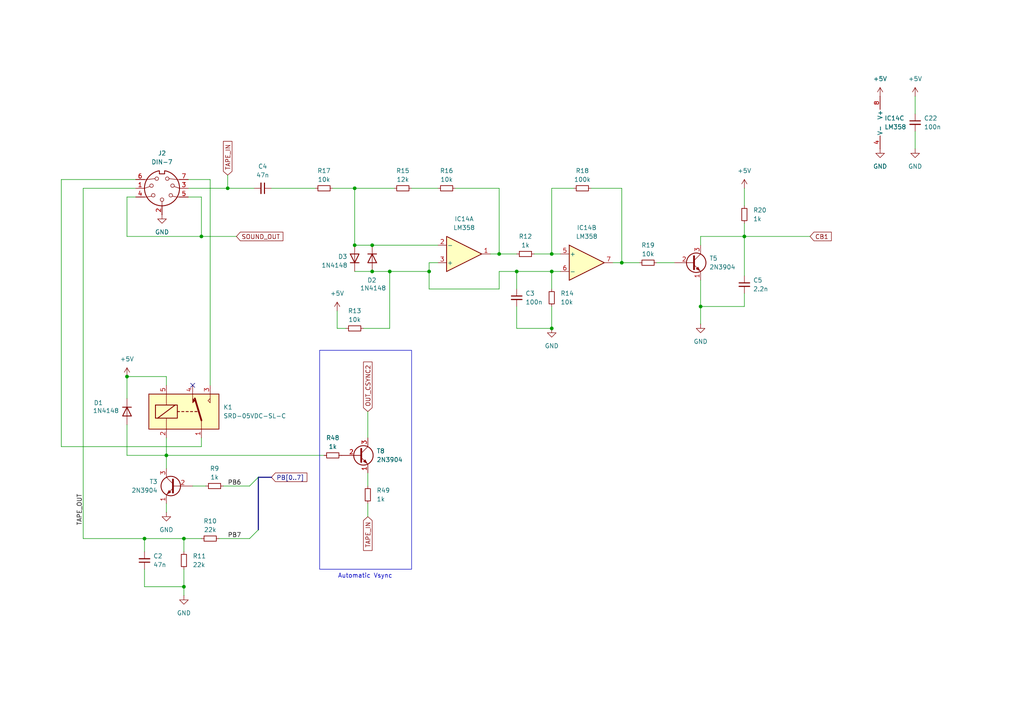
<source format=kicad_sch>
(kicad_sch
	(version 20231120)
	(generator "eeschema")
	(generator_version "8.0")
	(uuid "3e052c73-b225-4305-b7eb-540a47b5d2a6")
	(paper "A4")
	(lib_symbols
		(symbol "Amplifier_Operational:LM358"
			(pin_names
				(offset 0.127)
			)
			(exclude_from_sim no)
			(in_bom yes)
			(on_board yes)
			(property "Reference" "U"
				(at 0 5.08 0)
				(effects
					(font
						(size 1.27 1.27)
					)
					(justify left)
				)
			)
			(property "Value" "LM358"
				(at 0 -5.08 0)
				(effects
					(font
						(size 1.27 1.27)
					)
					(justify left)
				)
			)
			(property "Footprint" ""
				(at 0 0 0)
				(effects
					(font
						(size 1.27 1.27)
					)
					(hide yes)
				)
			)
			(property "Datasheet" "http://www.ti.com/lit/ds/symlink/lm2904-n.pdf"
				(at 0 0 0)
				(effects
					(font
						(size 1.27 1.27)
					)
					(hide yes)
				)
			)
			(property "Description" "Low-Power, Dual Operational Amplifiers, DIP-8/SOIC-8/TO-99-8"
				(at 0 0 0)
				(effects
					(font
						(size 1.27 1.27)
					)
					(hide yes)
				)
			)
			(property "ki_locked" ""
				(at 0 0 0)
				(effects
					(font
						(size 1.27 1.27)
					)
				)
			)
			(property "ki_keywords" "dual opamp"
				(at 0 0 0)
				(effects
					(font
						(size 1.27 1.27)
					)
					(hide yes)
				)
			)
			(property "ki_fp_filters" "SOIC*3.9x4.9mm*P1.27mm* DIP*W7.62mm* TO*99* OnSemi*Micro8* TSSOP*3x3mm*P0.65mm* TSSOP*4.4x3mm*P0.65mm* MSOP*3x3mm*P0.65mm* SSOP*3.9x4.9mm*P0.635mm* LFCSP*2x2mm*P0.5mm* *SIP* SOIC*5.3x6.2mm*P1.27mm*"
				(at 0 0 0)
				(effects
					(font
						(size 1.27 1.27)
					)
					(hide yes)
				)
			)
			(symbol "LM358_1_1"
				(polyline
					(pts
						(xy -5.08 5.08) (xy 5.08 0) (xy -5.08 -5.08) (xy -5.08 5.08)
					)
					(stroke
						(width 0.254)
						(type default)
					)
					(fill
						(type background)
					)
				)
				(pin output line
					(at 7.62 0 180)
					(length 2.54)
					(name "~"
						(effects
							(font
								(size 1.27 1.27)
							)
						)
					)
					(number "1"
						(effects
							(font
								(size 1.27 1.27)
							)
						)
					)
				)
				(pin input line
					(at -7.62 -2.54 0)
					(length 2.54)
					(name "-"
						(effects
							(font
								(size 1.27 1.27)
							)
						)
					)
					(number "2"
						(effects
							(font
								(size 1.27 1.27)
							)
						)
					)
				)
				(pin input line
					(at -7.62 2.54 0)
					(length 2.54)
					(name "+"
						(effects
							(font
								(size 1.27 1.27)
							)
						)
					)
					(number "3"
						(effects
							(font
								(size 1.27 1.27)
							)
						)
					)
				)
			)
			(symbol "LM358_2_1"
				(polyline
					(pts
						(xy -5.08 5.08) (xy 5.08 0) (xy -5.08 -5.08) (xy -5.08 5.08)
					)
					(stroke
						(width 0.254)
						(type default)
					)
					(fill
						(type background)
					)
				)
				(pin input line
					(at -7.62 2.54 0)
					(length 2.54)
					(name "+"
						(effects
							(font
								(size 1.27 1.27)
							)
						)
					)
					(number "5"
						(effects
							(font
								(size 1.27 1.27)
							)
						)
					)
				)
				(pin input line
					(at -7.62 -2.54 0)
					(length 2.54)
					(name "-"
						(effects
							(font
								(size 1.27 1.27)
							)
						)
					)
					(number "6"
						(effects
							(font
								(size 1.27 1.27)
							)
						)
					)
				)
				(pin output line
					(at 7.62 0 180)
					(length 2.54)
					(name "~"
						(effects
							(font
								(size 1.27 1.27)
							)
						)
					)
					(number "7"
						(effects
							(font
								(size 1.27 1.27)
							)
						)
					)
				)
			)
			(symbol "LM358_3_1"
				(pin power_in line
					(at -2.54 -7.62 90)
					(length 3.81)
					(name "V-"
						(effects
							(font
								(size 1.27 1.27)
							)
						)
					)
					(number "4"
						(effects
							(font
								(size 1.27 1.27)
							)
						)
					)
				)
				(pin power_in line
					(at -2.54 7.62 270)
					(length 3.81)
					(name "V+"
						(effects
							(font
								(size 1.27 1.27)
							)
						)
					)
					(number "8"
						(effects
							(font
								(size 1.27 1.27)
							)
						)
					)
				)
			)
		)
		(symbol "Connector:DIN-7"
			(pin_names
				(offset 1.016)
			)
			(exclude_from_sim no)
			(in_bom yes)
			(on_board yes)
			(property "Reference" "J"
				(at 3.175 5.715 0)
				(effects
					(font
						(size 1.27 1.27)
					)
				)
			)
			(property "Value" "DIN-7"
				(at 0 -6.604 0)
				(effects
					(font
						(size 1.27 1.27)
					)
				)
			)
			(property "Footprint" ""
				(at 0 0 0)
				(effects
					(font
						(size 1.27 1.27)
					)
					(hide yes)
				)
			)
			(property "Datasheet" "http://www.mouser.com/ds/2/18/40_c091_abd_e-75918.pdf"
				(at 0 0 0)
				(effects
					(font
						(size 1.27 1.27)
					)
					(hide yes)
				)
			)
			(property "Description" "7-pin DIN connector"
				(at 0 0 0)
				(effects
					(font
						(size 1.27 1.27)
					)
					(hide yes)
				)
			)
			(property "ki_keywords" "circular DIN connector"
				(at 0 0 0)
				(effects
					(font
						(size 1.27 1.27)
					)
					(hide yes)
				)
			)
			(property "ki_fp_filters" "DIN*"
				(at 0 0 0)
				(effects
					(font
						(size 1.27 1.27)
					)
					(hide yes)
				)
			)
			(symbol "DIN-7_0_1"
				(arc
					(start -5.08 0)
					(mid -3.8609 -3.3364)
					(end -0.762 -5.08)
					(stroke
						(width 0.254)
						(type default)
					)
					(fill
						(type none)
					)
				)
				(circle
					(center -3.048 -0.762)
					(radius 0.508)
					(stroke
						(width 0)
						(type default)
					)
					(fill
						(type none)
					)
				)
				(circle
					(center -2.54 2.032)
					(radius 0.508)
					(stroke
						(width 0)
						(type default)
					)
					(fill
						(type none)
					)
				)
				(circle
					(center -1.524 -2.794)
					(radius 0.508)
					(stroke
						(width 0)
						(type default)
					)
					(fill
						(type none)
					)
				)
				(polyline
					(pts
						(xy -5.08 0) (xy -3.556 -0.508)
					)
					(stroke
						(width 0)
						(type default)
					)
					(fill
						(type none)
					)
				)
				(polyline
					(pts
						(xy 0 5.08) (xy 0 3.81)
					)
					(stroke
						(width 0)
						(type default)
					)
					(fill
						(type none)
					)
				)
				(polyline
					(pts
						(xy 5.08 0) (xy 3.556 -0.508)
					)
					(stroke
						(width 0)
						(type default)
					)
					(fill
						(type none)
					)
				)
				(polyline
					(pts
						(xy -5.08 -2.54) (xy -4.318 -2.54) (xy -2.032 -2.794)
					)
					(stroke
						(width 0)
						(type default)
					)
					(fill
						(type none)
					)
				)
				(polyline
					(pts
						(xy -5.08 2.54) (xy -4.318 2.54) (xy -3.048 2.286)
					)
					(stroke
						(width 0)
						(type default)
					)
					(fill
						(type none)
					)
				)
				(polyline
					(pts
						(xy 5.08 -2.54) (xy 4.318 -2.54) (xy 2.032 -2.794)
					)
					(stroke
						(width 0)
						(type default)
					)
					(fill
						(type none)
					)
				)
				(polyline
					(pts
						(xy 5.08 2.54) (xy 4.318 2.54) (xy 3.048 2.286)
					)
					(stroke
						(width 0)
						(type default)
					)
					(fill
						(type none)
					)
				)
				(polyline
					(pts
						(xy -0.762 -4.953) (xy -0.762 -4.191) (xy 0.762 -4.191) (xy 0.762 -4.953)
					)
					(stroke
						(width 0.254)
						(type default)
					)
					(fill
						(type none)
					)
				)
				(circle
					(center 0 3.302)
					(radius 0.508)
					(stroke
						(width 0)
						(type default)
					)
					(fill
						(type none)
					)
				)
				(arc
					(start 0.762 -5.08)
					(mid 3.8685 -3.343)
					(end 5.08 0)
					(stroke
						(width 0.254)
						(type default)
					)
					(fill
						(type none)
					)
				)
				(circle
					(center 1.524 -2.794)
					(radius 0.508)
					(stroke
						(width 0)
						(type default)
					)
					(fill
						(type none)
					)
				)
				(circle
					(center 2.54 2.032)
					(radius 0.508)
					(stroke
						(width 0)
						(type default)
					)
					(fill
						(type none)
					)
				)
				(circle
					(center 3.048 -0.762)
					(radius 0.508)
					(stroke
						(width 0)
						(type default)
					)
					(fill
						(type none)
					)
				)
				(arc
					(start 5.08 0)
					(mid 0 5.0579)
					(end -5.08 0)
					(stroke
						(width 0.254)
						(type default)
					)
					(fill
						(type none)
					)
				)
			)
			(symbol "DIN-7_1_1"
				(pin passive line
					(at -7.62 0 0)
					(length 2.54)
					(name "~"
						(effects
							(font
								(size 1.27 1.27)
							)
						)
					)
					(number "1"
						(effects
							(font
								(size 1.27 1.27)
							)
						)
					)
				)
				(pin passive line
					(at 0 7.62 270)
					(length 2.54)
					(name "~"
						(effects
							(font
								(size 1.27 1.27)
							)
						)
					)
					(number "2"
						(effects
							(font
								(size 1.27 1.27)
							)
						)
					)
				)
				(pin passive line
					(at 7.62 0 180)
					(length 2.54)
					(name "~"
						(effects
							(font
								(size 1.27 1.27)
							)
						)
					)
					(number "3"
						(effects
							(font
								(size 1.27 1.27)
							)
						)
					)
				)
				(pin passive line
					(at -7.62 2.54 0)
					(length 2.54)
					(name "~"
						(effects
							(font
								(size 1.27 1.27)
							)
						)
					)
					(number "4"
						(effects
							(font
								(size 1.27 1.27)
							)
						)
					)
				)
				(pin passive line
					(at 7.62 2.54 180)
					(length 2.54)
					(name "~"
						(effects
							(font
								(size 1.27 1.27)
							)
						)
					)
					(number "5"
						(effects
							(font
								(size 1.27 1.27)
							)
						)
					)
				)
				(pin passive line
					(at -7.62 -2.54 0)
					(length 2.54)
					(name "~"
						(effects
							(font
								(size 1.27 1.27)
							)
						)
					)
					(number "6"
						(effects
							(font
								(size 1.27 1.27)
							)
						)
					)
				)
				(pin passive line
					(at 7.62 -2.54 180)
					(length 2.54)
					(name "~"
						(effects
							(font
								(size 1.27 1.27)
							)
						)
					)
					(number "7"
						(effects
							(font
								(size 1.27 1.27)
							)
						)
					)
				)
			)
		)
		(symbol "Device:C_Small"
			(pin_numbers hide)
			(pin_names
				(offset 0.254) hide)
			(exclude_from_sim no)
			(in_bom yes)
			(on_board yes)
			(property "Reference" "C"
				(at 0.254 1.778 0)
				(effects
					(font
						(size 1.27 1.27)
					)
					(justify left)
				)
			)
			(property "Value" "C_Small"
				(at 0.254 -2.032 0)
				(effects
					(font
						(size 1.27 1.27)
					)
					(justify left)
				)
			)
			(property "Footprint" ""
				(at 0 0 0)
				(effects
					(font
						(size 1.27 1.27)
					)
					(hide yes)
				)
			)
			(property "Datasheet" "~"
				(at 0 0 0)
				(effects
					(font
						(size 1.27 1.27)
					)
					(hide yes)
				)
			)
			(property "Description" "Unpolarized capacitor, small symbol"
				(at 0 0 0)
				(effects
					(font
						(size 1.27 1.27)
					)
					(hide yes)
				)
			)
			(property "ki_keywords" "capacitor cap"
				(at 0 0 0)
				(effects
					(font
						(size 1.27 1.27)
					)
					(hide yes)
				)
			)
			(property "ki_fp_filters" "C_*"
				(at 0 0 0)
				(effects
					(font
						(size 1.27 1.27)
					)
					(hide yes)
				)
			)
			(symbol "C_Small_0_1"
				(polyline
					(pts
						(xy -1.524 -0.508) (xy 1.524 -0.508)
					)
					(stroke
						(width 0.3302)
						(type default)
					)
					(fill
						(type none)
					)
				)
				(polyline
					(pts
						(xy -1.524 0.508) (xy 1.524 0.508)
					)
					(stroke
						(width 0.3048)
						(type default)
					)
					(fill
						(type none)
					)
				)
			)
			(symbol "C_Small_1_1"
				(pin passive line
					(at 0 2.54 270)
					(length 2.032)
					(name "~"
						(effects
							(font
								(size 1.27 1.27)
							)
						)
					)
					(number "1"
						(effects
							(font
								(size 1.27 1.27)
							)
						)
					)
				)
				(pin passive line
					(at 0 -2.54 90)
					(length 2.032)
					(name "~"
						(effects
							(font
								(size 1.27 1.27)
							)
						)
					)
					(number "2"
						(effects
							(font
								(size 1.27 1.27)
							)
						)
					)
				)
			)
		)
		(symbol "Device:R_Small"
			(pin_numbers hide)
			(pin_names
				(offset 0.254) hide)
			(exclude_from_sim no)
			(in_bom yes)
			(on_board yes)
			(property "Reference" "R"
				(at 0.762 0.508 0)
				(effects
					(font
						(size 1.27 1.27)
					)
					(justify left)
				)
			)
			(property "Value" "R_Small"
				(at 0.762 -1.016 0)
				(effects
					(font
						(size 1.27 1.27)
					)
					(justify left)
				)
			)
			(property "Footprint" ""
				(at 0 0 0)
				(effects
					(font
						(size 1.27 1.27)
					)
					(hide yes)
				)
			)
			(property "Datasheet" "~"
				(at 0 0 0)
				(effects
					(font
						(size 1.27 1.27)
					)
					(hide yes)
				)
			)
			(property "Description" "Resistor, small symbol"
				(at 0 0 0)
				(effects
					(font
						(size 1.27 1.27)
					)
					(hide yes)
				)
			)
			(property "ki_keywords" "R resistor"
				(at 0 0 0)
				(effects
					(font
						(size 1.27 1.27)
					)
					(hide yes)
				)
			)
			(property "ki_fp_filters" "R_*"
				(at 0 0 0)
				(effects
					(font
						(size 1.27 1.27)
					)
					(hide yes)
				)
			)
			(symbol "R_Small_0_1"
				(rectangle
					(start -0.762 1.778)
					(end 0.762 -1.778)
					(stroke
						(width 0.2032)
						(type default)
					)
					(fill
						(type none)
					)
				)
			)
			(symbol "R_Small_1_1"
				(pin passive line
					(at 0 2.54 270)
					(length 0.762)
					(name "~"
						(effects
							(font
								(size 1.27 1.27)
							)
						)
					)
					(number "1"
						(effects
							(font
								(size 1.27 1.27)
							)
						)
					)
				)
				(pin passive line
					(at 0 -2.54 90)
					(length 0.762)
					(name "~"
						(effects
							(font
								(size 1.27 1.27)
							)
						)
					)
					(number "2"
						(effects
							(font
								(size 1.27 1.27)
							)
						)
					)
				)
			)
		)
		(symbol "Diode:1N4148"
			(pin_numbers hide)
			(pin_names hide)
			(exclude_from_sim no)
			(in_bom yes)
			(on_board yes)
			(property "Reference" "D"
				(at 0 2.54 0)
				(effects
					(font
						(size 1.27 1.27)
					)
				)
			)
			(property "Value" "1N4148"
				(at 0 -2.54 0)
				(effects
					(font
						(size 1.27 1.27)
					)
				)
			)
			(property "Footprint" "Diode_THT:D_DO-35_SOD27_P7.62mm_Horizontal"
				(at 0 0 0)
				(effects
					(font
						(size 1.27 1.27)
					)
					(hide yes)
				)
			)
			(property "Datasheet" "https://assets.nexperia.com/documents/data-sheet/1N4148_1N4448.pdf"
				(at 0 0 0)
				(effects
					(font
						(size 1.27 1.27)
					)
					(hide yes)
				)
			)
			(property "Description" "100V 0.15A standard switching diode, DO-35"
				(at 0 0 0)
				(effects
					(font
						(size 1.27 1.27)
					)
					(hide yes)
				)
			)
			(property "Sim.Device" "D"
				(at 0 0 0)
				(effects
					(font
						(size 1.27 1.27)
					)
					(hide yes)
				)
			)
			(property "Sim.Pins" "1=K 2=A"
				(at 0 0 0)
				(effects
					(font
						(size 1.27 1.27)
					)
					(hide yes)
				)
			)
			(property "ki_keywords" "diode"
				(at 0 0 0)
				(effects
					(font
						(size 1.27 1.27)
					)
					(hide yes)
				)
			)
			(property "ki_fp_filters" "D*DO?35*"
				(at 0 0 0)
				(effects
					(font
						(size 1.27 1.27)
					)
					(hide yes)
				)
			)
			(symbol "1N4148_0_1"
				(polyline
					(pts
						(xy -1.27 1.27) (xy -1.27 -1.27)
					)
					(stroke
						(width 0.254)
						(type default)
					)
					(fill
						(type none)
					)
				)
				(polyline
					(pts
						(xy 1.27 0) (xy -1.27 0)
					)
					(stroke
						(width 0)
						(type default)
					)
					(fill
						(type none)
					)
				)
				(polyline
					(pts
						(xy 1.27 1.27) (xy 1.27 -1.27) (xy -1.27 0) (xy 1.27 1.27)
					)
					(stroke
						(width 0.254)
						(type default)
					)
					(fill
						(type none)
					)
				)
			)
			(symbol "1N4148_1_1"
				(pin passive line
					(at -3.81 0 0)
					(length 2.54)
					(name "K"
						(effects
							(font
								(size 1.27 1.27)
							)
						)
					)
					(number "1"
						(effects
							(font
								(size 1.27 1.27)
							)
						)
					)
				)
				(pin passive line
					(at 3.81 0 180)
					(length 2.54)
					(name "A"
						(effects
							(font
								(size 1.27 1.27)
							)
						)
					)
					(number "2"
						(effects
							(font
								(size 1.27 1.27)
							)
						)
					)
				)
			)
		)
		(symbol "Relay:SANYOU_SRD_Form_C"
			(exclude_from_sim no)
			(in_bom yes)
			(on_board yes)
			(property "Reference" "K"
				(at 11.43 3.81 0)
				(effects
					(font
						(size 1.27 1.27)
					)
					(justify left)
				)
			)
			(property "Value" "SANYOU_SRD_Form_C"
				(at 11.43 1.27 0)
				(effects
					(font
						(size 1.27 1.27)
					)
					(justify left)
				)
			)
			(property "Footprint" "Relay_THT:Relay_SPDT_SANYOU_SRD_Series_Form_C"
				(at 11.43 -1.27 0)
				(effects
					(font
						(size 1.27 1.27)
					)
					(justify left)
					(hide yes)
				)
			)
			(property "Datasheet" "http://www.sanyourelay.ca/public/products/pdf/SRD.pdf"
				(at 0 0 0)
				(effects
					(font
						(size 1.27 1.27)
					)
					(hide yes)
				)
			)
			(property "Description" "Sanyo SRD relay, Single Pole Miniature Power Relay,"
				(at 0 0 0)
				(effects
					(font
						(size 1.27 1.27)
					)
					(hide yes)
				)
			)
			(property "ki_keywords" "Single Pole Relay SPDT"
				(at 0 0 0)
				(effects
					(font
						(size 1.27 1.27)
					)
					(hide yes)
				)
			)
			(property "ki_fp_filters" "Relay*SPDT*SANYOU*SRD*Series*Form*C*"
				(at 0 0 0)
				(effects
					(font
						(size 1.27 1.27)
					)
					(hide yes)
				)
			)
			(symbol "SANYOU_SRD_Form_C_0_0"
				(polyline
					(pts
						(xy 7.62 5.08) (xy 7.62 2.54) (xy 6.985 3.175) (xy 7.62 3.81)
					)
					(stroke
						(width 0)
						(type default)
					)
					(fill
						(type none)
					)
				)
			)
			(symbol "SANYOU_SRD_Form_C_0_1"
				(rectangle
					(start -10.16 5.08)
					(end 10.16 -5.08)
					(stroke
						(width 0.254)
						(type default)
					)
					(fill
						(type background)
					)
				)
				(rectangle
					(start -8.255 1.905)
					(end -1.905 -1.905)
					(stroke
						(width 0.254)
						(type default)
					)
					(fill
						(type none)
					)
				)
				(polyline
					(pts
						(xy -7.62 -1.905) (xy -2.54 1.905)
					)
					(stroke
						(width 0.254)
						(type default)
					)
					(fill
						(type none)
					)
				)
				(polyline
					(pts
						(xy -5.08 -5.08) (xy -5.08 -1.905)
					)
					(stroke
						(width 0)
						(type default)
					)
					(fill
						(type none)
					)
				)
				(polyline
					(pts
						(xy -5.08 5.08) (xy -5.08 1.905)
					)
					(stroke
						(width 0)
						(type default)
					)
					(fill
						(type none)
					)
				)
				(polyline
					(pts
						(xy -1.905 0) (xy -1.27 0)
					)
					(stroke
						(width 0.254)
						(type default)
					)
					(fill
						(type none)
					)
				)
				(polyline
					(pts
						(xy -0.635 0) (xy 0 0)
					)
					(stroke
						(width 0.254)
						(type default)
					)
					(fill
						(type none)
					)
				)
				(polyline
					(pts
						(xy 0.635 0) (xy 1.27 0)
					)
					(stroke
						(width 0.254)
						(type default)
					)
					(fill
						(type none)
					)
				)
				(polyline
					(pts
						(xy 1.905 0) (xy 2.54 0)
					)
					(stroke
						(width 0.254)
						(type default)
					)
					(fill
						(type none)
					)
				)
				(polyline
					(pts
						(xy 3.175 0) (xy 3.81 0)
					)
					(stroke
						(width 0.254)
						(type default)
					)
					(fill
						(type none)
					)
				)
				(polyline
					(pts
						(xy 5.08 -2.54) (xy 3.175 3.81)
					)
					(stroke
						(width 0.508)
						(type default)
					)
					(fill
						(type none)
					)
				)
				(polyline
					(pts
						(xy 5.08 -2.54) (xy 5.08 -5.08)
					)
					(stroke
						(width 0)
						(type default)
					)
					(fill
						(type none)
					)
				)
			)
			(symbol "SANYOU_SRD_Form_C_1_1"
				(polyline
					(pts
						(xy 2.54 3.81) (xy 3.175 3.175) (xy 2.54 2.54) (xy 2.54 5.08)
					)
					(stroke
						(width 0)
						(type default)
					)
					(fill
						(type outline)
					)
				)
				(pin passive line
					(at 5.08 -7.62 90)
					(length 2.54)
					(name "~"
						(effects
							(font
								(size 1.27 1.27)
							)
						)
					)
					(number "1"
						(effects
							(font
								(size 1.27 1.27)
							)
						)
					)
				)
				(pin passive line
					(at -5.08 -7.62 90)
					(length 2.54)
					(name "~"
						(effects
							(font
								(size 1.27 1.27)
							)
						)
					)
					(number "2"
						(effects
							(font
								(size 1.27 1.27)
							)
						)
					)
				)
				(pin passive line
					(at 7.62 7.62 270)
					(length 2.54)
					(name "~"
						(effects
							(font
								(size 1.27 1.27)
							)
						)
					)
					(number "3"
						(effects
							(font
								(size 1.27 1.27)
							)
						)
					)
				)
				(pin passive line
					(at 2.54 7.62 270)
					(length 2.54)
					(name "~"
						(effects
							(font
								(size 1.27 1.27)
							)
						)
					)
					(number "4"
						(effects
							(font
								(size 1.27 1.27)
							)
						)
					)
				)
				(pin passive line
					(at -5.08 7.62 270)
					(length 2.54)
					(name "~"
						(effects
							(font
								(size 1.27 1.27)
							)
						)
					)
					(number "5"
						(effects
							(font
								(size 1.27 1.27)
							)
						)
					)
				)
			)
		)
		(symbol "Transistor_BJT:2N3904"
			(pin_names
				(offset 0) hide)
			(exclude_from_sim no)
			(in_bom yes)
			(on_board yes)
			(property "Reference" "Q"
				(at 5.08 1.905 0)
				(effects
					(font
						(size 1.27 1.27)
					)
					(justify left)
				)
			)
			(property "Value" "2N3904"
				(at 5.08 0 0)
				(effects
					(font
						(size 1.27 1.27)
					)
					(justify left)
				)
			)
			(property "Footprint" "Package_TO_SOT_THT:TO-92_Inline"
				(at 5.08 -1.905 0)
				(effects
					(font
						(size 1.27 1.27)
						(italic yes)
					)
					(justify left)
					(hide yes)
				)
			)
			(property "Datasheet" "https://www.onsemi.com/pub/Collateral/2N3903-D.PDF"
				(at 0 0 0)
				(effects
					(font
						(size 1.27 1.27)
					)
					(justify left)
					(hide yes)
				)
			)
			(property "Description" "0.2A Ic, 40V Vce, Small Signal NPN Transistor, TO-92"
				(at 0 0 0)
				(effects
					(font
						(size 1.27 1.27)
					)
					(hide yes)
				)
			)
			(property "ki_keywords" "NPN Transistor"
				(at 0 0 0)
				(effects
					(font
						(size 1.27 1.27)
					)
					(hide yes)
				)
			)
			(property "ki_fp_filters" "TO?92*"
				(at 0 0 0)
				(effects
					(font
						(size 1.27 1.27)
					)
					(hide yes)
				)
			)
			(symbol "2N3904_0_1"
				(polyline
					(pts
						(xy 0.635 0.635) (xy 2.54 2.54)
					)
					(stroke
						(width 0)
						(type default)
					)
					(fill
						(type none)
					)
				)
				(polyline
					(pts
						(xy 0.635 -0.635) (xy 2.54 -2.54) (xy 2.54 -2.54)
					)
					(stroke
						(width 0)
						(type default)
					)
					(fill
						(type none)
					)
				)
				(polyline
					(pts
						(xy 0.635 1.905) (xy 0.635 -1.905) (xy 0.635 -1.905)
					)
					(stroke
						(width 0.508)
						(type default)
					)
					(fill
						(type none)
					)
				)
				(polyline
					(pts
						(xy 1.27 -1.778) (xy 1.778 -1.27) (xy 2.286 -2.286) (xy 1.27 -1.778) (xy 1.27 -1.778)
					)
					(stroke
						(width 0)
						(type default)
					)
					(fill
						(type outline)
					)
				)
				(circle
					(center 1.27 0)
					(radius 2.8194)
					(stroke
						(width 0.254)
						(type default)
					)
					(fill
						(type none)
					)
				)
			)
			(symbol "2N3904_1_1"
				(pin passive line
					(at 2.54 -5.08 90)
					(length 2.54)
					(name "E"
						(effects
							(font
								(size 1.27 1.27)
							)
						)
					)
					(number "1"
						(effects
							(font
								(size 1.27 1.27)
							)
						)
					)
				)
				(pin passive line
					(at -5.08 0 0)
					(length 5.715)
					(name "B"
						(effects
							(font
								(size 1.27 1.27)
							)
						)
					)
					(number "2"
						(effects
							(font
								(size 1.27 1.27)
							)
						)
					)
				)
				(pin passive line
					(at 2.54 5.08 270)
					(length 2.54)
					(name "C"
						(effects
							(font
								(size 1.27 1.27)
							)
						)
					)
					(number "3"
						(effects
							(font
								(size 1.27 1.27)
							)
						)
					)
				)
			)
		)
		(symbol "power:+5V"
			(power)
			(pin_numbers hide)
			(pin_names
				(offset 0) hide)
			(exclude_from_sim no)
			(in_bom yes)
			(on_board yes)
			(property "Reference" "#PWR"
				(at 0 -3.81 0)
				(effects
					(font
						(size 1.27 1.27)
					)
					(hide yes)
				)
			)
			(property "Value" "+5V"
				(at 0 3.556 0)
				(effects
					(font
						(size 1.27 1.27)
					)
				)
			)
			(property "Footprint" ""
				(at 0 0 0)
				(effects
					(font
						(size 1.27 1.27)
					)
					(hide yes)
				)
			)
			(property "Datasheet" ""
				(at 0 0 0)
				(effects
					(font
						(size 1.27 1.27)
					)
					(hide yes)
				)
			)
			(property "Description" "Power symbol creates a global label with name \"+5V\""
				(at 0 0 0)
				(effects
					(font
						(size 1.27 1.27)
					)
					(hide yes)
				)
			)
			(property "ki_keywords" "global power"
				(at 0 0 0)
				(effects
					(font
						(size 1.27 1.27)
					)
					(hide yes)
				)
			)
			(symbol "+5V_0_1"
				(polyline
					(pts
						(xy -0.762 1.27) (xy 0 2.54)
					)
					(stroke
						(width 0)
						(type default)
					)
					(fill
						(type none)
					)
				)
				(polyline
					(pts
						(xy 0 0) (xy 0 2.54)
					)
					(stroke
						(width 0)
						(type default)
					)
					(fill
						(type none)
					)
				)
				(polyline
					(pts
						(xy 0 2.54) (xy 0.762 1.27)
					)
					(stroke
						(width 0)
						(type default)
					)
					(fill
						(type none)
					)
				)
			)
			(symbol "+5V_1_1"
				(pin power_in line
					(at 0 0 90)
					(length 0)
					(name "~"
						(effects
							(font
								(size 1.27 1.27)
							)
						)
					)
					(number "1"
						(effects
							(font
								(size 1.27 1.27)
							)
						)
					)
				)
			)
		)
		(symbol "power:GND"
			(power)
			(pin_numbers hide)
			(pin_names
				(offset 0) hide)
			(exclude_from_sim no)
			(in_bom yes)
			(on_board yes)
			(property "Reference" "#PWR"
				(at 0 -6.35 0)
				(effects
					(font
						(size 1.27 1.27)
					)
					(hide yes)
				)
			)
			(property "Value" "GND"
				(at 0 -3.81 0)
				(effects
					(font
						(size 1.27 1.27)
					)
				)
			)
			(property "Footprint" ""
				(at 0 0 0)
				(effects
					(font
						(size 1.27 1.27)
					)
					(hide yes)
				)
			)
			(property "Datasheet" ""
				(at 0 0 0)
				(effects
					(font
						(size 1.27 1.27)
					)
					(hide yes)
				)
			)
			(property "Description" "Power symbol creates a global label with name \"GND\" , ground"
				(at 0 0 0)
				(effects
					(font
						(size 1.27 1.27)
					)
					(hide yes)
				)
			)
			(property "ki_keywords" "global power"
				(at 0 0 0)
				(effects
					(font
						(size 1.27 1.27)
					)
					(hide yes)
				)
			)
			(symbol "GND_0_1"
				(polyline
					(pts
						(xy 0 0) (xy 0 -1.27) (xy 1.27 -1.27) (xy 0 -2.54) (xy -1.27 -1.27) (xy 0 -1.27)
					)
					(stroke
						(width 0)
						(type default)
					)
					(fill
						(type none)
					)
				)
			)
			(symbol "GND_1_1"
				(pin power_in line
					(at 0 0 270)
					(length 0)
					(name "~"
						(effects
							(font
								(size 1.27 1.27)
							)
						)
					)
					(number "1"
						(effects
							(font
								(size 1.27 1.27)
							)
						)
					)
				)
			)
		)
	)
	(junction
		(at 180.34 76.2)
		(diameter 0)
		(color 0 0 0 0)
		(uuid "013496b7-0670-4097-8619-5e186e56081e")
	)
	(junction
		(at 41.91 156.21)
		(diameter 0)
		(color 0 0 0 0)
		(uuid "01950999-f634-4042-9813-97bbc7b6df3c")
	)
	(junction
		(at 124.46 78.74)
		(diameter 0)
		(color 0 0 0 0)
		(uuid "0afb4025-5039-4c32-81c2-fb425f384b82")
	)
	(junction
		(at 107.95 78.74)
		(diameter 0)
		(color 0 0 0 0)
		(uuid "0ff5b8b4-1935-4537-bccd-d63dd810c8ed")
	)
	(junction
		(at 149.86 78.74)
		(diameter 0)
		(color 0 0 0 0)
		(uuid "33f718a1-2f94-45b7-8835-6ee60f8e6ab4")
	)
	(junction
		(at 36.83 109.22)
		(diameter 0)
		(color 0 0 0 0)
		(uuid "395022a9-b1cc-4fa5-8618-273eb295fa75")
	)
	(junction
		(at 160.02 95.25)
		(diameter 0)
		(color 0 0 0 0)
		(uuid "3e6d9faf-e5d8-4995-b117-bf3d0a3b290b")
	)
	(junction
		(at 48.26 132.08)
		(diameter 0)
		(color 0 0 0 0)
		(uuid "469176c7-2822-4ed1-adf9-df7958e5048a")
	)
	(junction
		(at 107.95 71.12)
		(diameter 0)
		(color 0 0 0 0)
		(uuid "51f4c3ff-617e-47d2-a36e-f13cb63209e1")
	)
	(junction
		(at 66.04 54.61)
		(diameter 0)
		(color 0 0 0 0)
		(uuid "7b351c85-9ebe-4a26-b4e7-04caccb27824")
	)
	(junction
		(at 215.9 68.58)
		(diameter 0)
		(color 0 0 0 0)
		(uuid "8122d261-a93b-4087-92b6-bf076678efb2")
	)
	(junction
		(at 102.87 71.12)
		(diameter 0)
		(color 0 0 0 0)
		(uuid "a3c1c650-f6d3-4c73-93c3-dbdf8b188294")
	)
	(junction
		(at 102.87 54.61)
		(diameter 0)
		(color 0 0 0 0)
		(uuid "a4db56d9-b253-48a1-8801-e50467424add")
	)
	(junction
		(at 58.42 68.58)
		(diameter 0)
		(color 0 0 0 0)
		(uuid "a970800e-b0a5-44c3-88db-e9c74147521a")
	)
	(junction
		(at 203.2 88.9)
		(diameter 0)
		(color 0 0 0 0)
		(uuid "ab99716c-a903-4980-92d0-859f7cebe788")
	)
	(junction
		(at 160.02 78.74)
		(diameter 0)
		(color 0 0 0 0)
		(uuid "b0577b77-9d9e-4213-a483-99755b48cd60")
	)
	(junction
		(at 144.78 73.66)
		(diameter 0)
		(color 0 0 0 0)
		(uuid "baecaa8e-694c-4e16-97a7-5e3676f2aebf")
	)
	(junction
		(at 53.34 156.21)
		(diameter 0)
		(color 0 0 0 0)
		(uuid "c2b6c349-e1a3-4ad7-87f1-06a64e999244")
	)
	(junction
		(at 160.02 73.66)
		(diameter 0)
		(color 0 0 0 0)
		(uuid "dcc96c1f-061d-46f4-8d30-d6e1092b31d5")
	)
	(junction
		(at 53.34 170.18)
		(diameter 0)
		(color 0 0 0 0)
		(uuid "eb794c52-8fae-458a-82fe-be9feef5f2e0")
	)
	(junction
		(at 113.03 78.74)
		(diameter 0)
		(color 0 0 0 0)
		(uuid "f88d77cb-e884-43f6-a62b-6633f35bc1f9")
	)
	(no_connect
		(at -16.51 129.54)
		(uuid "49c87587-d5b0-418c-899c-e7045ebd07d0")
	)
	(no_connect
		(at 55.88 111.76)
		(uuid "8192ee63-06d1-431f-b29f-10681544ccc0")
	)
	(bus_entry
		(at 72.39 140.97)
		(size 2.54 -2.54)
		(stroke
			(width 0)
			(type default)
		)
		(uuid "118d603b-0226-4212-b711-b0eb6f4a0d14")
	)
	(bus_entry
		(at 72.39 156.21)
		(size 2.54 -2.54)
		(stroke
			(width 0)
			(type default)
		)
		(uuid "4ce2e207-d138-40c5-9f75-9062ef3a9738")
	)
	(wire
		(pts
			(xy 215.9 88.9) (xy 203.2 88.9)
		)
		(stroke
			(width 0)
			(type default)
		)
		(uuid "026c0909-c46c-45cc-b566-4111c0638cfb")
	)
	(wire
		(pts
			(xy 160.02 54.61) (xy 160.02 73.66)
		)
		(stroke
			(width 0)
			(type default)
		)
		(uuid "050bbb48-df54-4529-82e8-5087fe7b6c9a")
	)
	(wire
		(pts
			(xy 149.86 88.9) (xy 149.86 95.25)
		)
		(stroke
			(width 0)
			(type default)
		)
		(uuid "09bc3601-d1a6-4286-9d45-216f91e5d43f")
	)
	(wire
		(pts
			(xy 66.04 54.61) (xy 73.66 54.61)
		)
		(stroke
			(width 0)
			(type default)
		)
		(uuid "0b6804be-0079-4cf6-ad3d-6972c9dd167f")
	)
	(wire
		(pts
			(xy 36.83 57.15) (xy 36.83 68.58)
		)
		(stroke
			(width 0)
			(type default)
		)
		(uuid "0c5b7096-10c5-4ffe-819e-e9fb12f04eda")
	)
	(wire
		(pts
			(xy 154.94 73.66) (xy 160.02 73.66)
		)
		(stroke
			(width 0)
			(type default)
		)
		(uuid "10ca0052-dfd6-430e-9780-293654060a72")
	)
	(wire
		(pts
			(xy 166.37 54.61) (xy 160.02 54.61)
		)
		(stroke
			(width 0)
			(type default)
		)
		(uuid "1325b431-65eb-4098-a132-9ae0fb640724")
	)
	(wire
		(pts
			(xy 96.52 54.61) (xy 102.87 54.61)
		)
		(stroke
			(width 0)
			(type default)
		)
		(uuid "133a3975-a44a-452d-9770-11764e61754e")
	)
	(wire
		(pts
			(xy 106.68 119.38) (xy 106.68 127)
		)
		(stroke
			(width 0)
			(type default)
		)
		(uuid "1657cc9b-a95c-48f9-9538-7f95d52970f0")
	)
	(wire
		(pts
			(xy 124.46 76.2) (xy 124.46 78.74)
		)
		(stroke
			(width 0)
			(type default)
		)
		(uuid "17aef28d-22ce-429c-95d6-28500366f2e0")
	)
	(wire
		(pts
			(xy 102.87 78.74) (xy 107.95 78.74)
		)
		(stroke
			(width 0)
			(type default)
		)
		(uuid "199423dc-6ad1-4a5f-8e36-4931244e6d94")
	)
	(wire
		(pts
			(xy 55.88 140.97) (xy 59.69 140.97)
		)
		(stroke
			(width 0)
			(type default)
		)
		(uuid "1e8bf854-0368-4e17-839a-98742a227e1e")
	)
	(wire
		(pts
			(xy 54.61 54.61) (xy 66.04 54.61)
		)
		(stroke
			(width 0)
			(type default)
		)
		(uuid "1eb45fcd-ff46-4b73-91bc-d729a52203e4")
	)
	(wire
		(pts
			(xy 124.46 83.82) (xy 124.46 78.74)
		)
		(stroke
			(width 0)
			(type default)
		)
		(uuid "2169c202-fc1b-4e2d-b7a5-abe45e3d4638")
	)
	(wire
		(pts
			(xy 113.03 78.74) (xy 124.46 78.74)
		)
		(stroke
			(width 0)
			(type default)
		)
		(uuid "2286fda9-ba54-4991-9636-6a0da42c7df5")
	)
	(wire
		(pts
			(xy 106.68 146.05) (xy 106.68 149.86)
		)
		(stroke
			(width 0)
			(type default)
		)
		(uuid "23238ad7-400e-44c3-af72-0b7f0c794a88")
	)
	(wire
		(pts
			(xy 64.77 140.97) (xy 72.39 140.97)
		)
		(stroke
			(width 0)
			(type default)
		)
		(uuid "232c47c9-57ff-4750-8a45-353d01a02b5d")
	)
	(wire
		(pts
			(xy 53.34 156.21) (xy 53.34 160.02)
		)
		(stroke
			(width 0)
			(type default)
		)
		(uuid "26691fda-06d2-49b1-a3a7-9b93a3a447c6")
	)
	(wire
		(pts
			(xy 106.68 137.16) (xy 106.68 140.97)
		)
		(stroke
			(width 0)
			(type default)
		)
		(uuid "297b4b53-e1c7-4150-88e2-f052c5e20dd4")
	)
	(wire
		(pts
			(xy 97.79 95.25) (xy 100.33 95.25)
		)
		(stroke
			(width 0)
			(type default)
		)
		(uuid "2bdd4c30-84ca-43e0-ac25-df9a07ed8b51")
	)
	(wire
		(pts
			(xy 24.13 156.21) (xy 41.91 156.21)
		)
		(stroke
			(width 0)
			(type default)
		)
		(uuid "334d928e-aad6-4cec-b7ba-ddff9fafd07f")
	)
	(wire
		(pts
			(xy 60.96 52.07) (xy 54.61 52.07)
		)
		(stroke
			(width 0)
			(type default)
		)
		(uuid "3489672b-6f63-48b0-af50-693906130c9e")
	)
	(wire
		(pts
			(xy 107.95 71.12) (xy 127 71.12)
		)
		(stroke
			(width 0)
			(type default)
		)
		(uuid "37566009-ecfa-4299-a33b-822ac4d17799")
	)
	(wire
		(pts
			(xy 203.2 88.9) (xy 203.2 93.98)
		)
		(stroke
			(width 0)
			(type default)
		)
		(uuid "3810f2bc-7052-4dc9-9c97-f522ca42a53c")
	)
	(wire
		(pts
			(xy 48.26 132.08) (xy 48.26 135.89)
		)
		(stroke
			(width 0)
			(type default)
		)
		(uuid "39bc1e55-cd06-4811-8d50-1ad5449243bf")
	)
	(wire
		(pts
			(xy 58.42 68.58) (xy 58.42 57.15)
		)
		(stroke
			(width 0)
			(type default)
		)
		(uuid "39be6820-1bb9-41bc-aa0f-4dd52bbf69bd")
	)
	(wire
		(pts
			(xy 102.87 71.12) (xy 107.95 71.12)
		)
		(stroke
			(width 0)
			(type default)
		)
		(uuid "3a752990-d30c-4b49-9199-b9427d97d988")
	)
	(wire
		(pts
			(xy 177.8 76.2) (xy 180.34 76.2)
		)
		(stroke
			(width 0)
			(type default)
		)
		(uuid "3eb53b93-45bc-4ea6-ab3e-ec19a17224a4")
	)
	(wire
		(pts
			(xy 132.08 54.61) (xy 144.78 54.61)
		)
		(stroke
			(width 0)
			(type default)
		)
		(uuid "3feaab9f-88ee-4e75-9b1b-4836ebefbb14")
	)
	(wire
		(pts
			(xy 17.78 52.07) (xy 39.37 52.07)
		)
		(stroke
			(width 0)
			(type default)
		)
		(uuid "40610cf3-ba03-44c1-9895-c5111105fba0")
	)
	(wire
		(pts
			(xy 36.83 115.57) (xy 36.83 109.22)
		)
		(stroke
			(width 0)
			(type default)
		)
		(uuid "435ef53e-4724-418f-821d-4a7ce53f5415")
	)
	(wire
		(pts
			(xy 54.61 57.15) (xy 58.42 57.15)
		)
		(stroke
			(width 0)
			(type default)
		)
		(uuid "49a37897-d3bc-4020-ae6e-7f465a9010cc")
	)
	(wire
		(pts
			(xy 53.34 170.18) (xy 53.34 165.1)
		)
		(stroke
			(width 0)
			(type default)
		)
		(uuid "4b124c89-fe34-4c68-8e3e-6c4dace5fbfe")
	)
	(wire
		(pts
			(xy 144.78 73.66) (xy 149.86 73.66)
		)
		(stroke
			(width 0)
			(type default)
		)
		(uuid "5407f952-7729-4f93-aa9d-83d2f9c65ac8")
	)
	(wire
		(pts
			(xy 58.42 127) (xy 58.42 129.54)
		)
		(stroke
			(width 0)
			(type default)
		)
		(uuid "569845f3-59e3-4c41-84a5-457d89b0d1a3")
	)
	(wire
		(pts
			(xy 160.02 78.74) (xy 160.02 83.82)
		)
		(stroke
			(width 0)
			(type default)
		)
		(uuid "59f19b12-e7b2-4e2e-ab05-e579414ce9fc")
	)
	(wire
		(pts
			(xy 48.26 132.08) (xy 48.26 127)
		)
		(stroke
			(width 0)
			(type default)
		)
		(uuid "5ec2038a-e458-47fc-b8a8-86b75d62ecec")
	)
	(wire
		(pts
			(xy 203.2 71.12) (xy 203.2 68.58)
		)
		(stroke
			(width 0)
			(type default)
		)
		(uuid "610a35ef-3c4b-4a85-ab7f-2f35577a3805")
	)
	(wire
		(pts
			(xy 63.5 156.21) (xy 72.39 156.21)
		)
		(stroke
			(width 0)
			(type default)
		)
		(uuid "63871cbf-0503-42d9-acd8-1bc9f4537adb")
	)
	(wire
		(pts
			(xy 97.79 90.17) (xy 97.79 95.25)
		)
		(stroke
			(width 0)
			(type default)
		)
		(uuid "64d13897-b1e9-4c63-b365-69ec75ae6554")
	)
	(wire
		(pts
			(xy 149.86 78.74) (xy 149.86 83.82)
		)
		(stroke
			(width 0)
			(type default)
		)
		(uuid "6605ab08-517b-47f3-aebb-6457fffbb966")
	)
	(wire
		(pts
			(xy 41.91 156.21) (xy 53.34 156.21)
		)
		(stroke
			(width 0)
			(type default)
		)
		(uuid "6648e525-7e9d-4182-b5b3-e2f714e08a87")
	)
	(wire
		(pts
			(xy 78.74 54.61) (xy 91.44 54.61)
		)
		(stroke
			(width 0)
			(type default)
		)
		(uuid "67479e04-ca27-4483-994e-71da9a497d63")
	)
	(wire
		(pts
			(xy 127 76.2) (xy 124.46 76.2)
		)
		(stroke
			(width 0)
			(type default)
		)
		(uuid "6782eb16-7f52-4ca7-b15d-30e3d2602eeb")
	)
	(wire
		(pts
			(xy 203.2 68.58) (xy 215.9 68.58)
		)
		(stroke
			(width 0)
			(type default)
		)
		(uuid "6a6326b1-80d0-4126-9a84-8cf15f98bb77")
	)
	(wire
		(pts
			(xy 162.56 78.74) (xy 160.02 78.74)
		)
		(stroke
			(width 0)
			(type default)
		)
		(uuid "6d95b0a1-fa2e-4666-9ec2-8374016eaeac")
	)
	(wire
		(pts
			(xy 41.91 160.02) (xy 41.91 156.21)
		)
		(stroke
			(width 0)
			(type default)
		)
		(uuid "6eabee77-a87c-49bf-b3be-1e37d7701cb6")
	)
	(wire
		(pts
			(xy 171.45 54.61) (xy 180.34 54.61)
		)
		(stroke
			(width 0)
			(type default)
		)
		(uuid "7144d1e8-ee0c-40f8-8fb3-97d57a772f79")
	)
	(wire
		(pts
			(xy 160.02 88.9) (xy 160.02 95.25)
		)
		(stroke
			(width 0)
			(type default)
		)
		(uuid "73c66d05-0ef6-460a-b28f-d3c9f637c9ee")
	)
	(wire
		(pts
			(xy 149.86 78.74) (xy 160.02 78.74)
		)
		(stroke
			(width 0)
			(type default)
		)
		(uuid "76f37fe7-2c09-42de-9184-2000c625cf7a")
	)
	(wire
		(pts
			(xy 53.34 170.18) (xy 53.34 172.72)
		)
		(stroke
			(width 0)
			(type default)
		)
		(uuid "77258dcb-2f59-42de-b134-9837aaf7b6b6")
	)
	(wire
		(pts
			(xy 265.43 43.18) (xy 265.43 38.1)
		)
		(stroke
			(width 0)
			(type default)
		)
		(uuid "788fd49b-d5ca-4491-924d-d30ec63ff1de")
	)
	(wire
		(pts
			(xy 215.9 68.58) (xy 215.9 64.77)
		)
		(stroke
			(width 0)
			(type default)
		)
		(uuid "79b713b0-e423-4528-adde-1627f02cfd39")
	)
	(wire
		(pts
			(xy 24.13 54.61) (xy 39.37 54.61)
		)
		(stroke
			(width 0)
			(type default)
		)
		(uuid "7db4e6b3-f310-4c36-82f1-6c1820057707")
	)
	(wire
		(pts
			(xy 215.9 54.61) (xy 215.9 59.69)
		)
		(stroke
			(width 0)
			(type default)
		)
		(uuid "828c6ee3-405e-4001-8650-4df6c3d6fe4d")
	)
	(wire
		(pts
			(xy 36.83 68.58) (xy 58.42 68.58)
		)
		(stroke
			(width 0)
			(type default)
		)
		(uuid "850a7b7e-1f2c-4f7d-a42c-aaf726b7ba42")
	)
	(wire
		(pts
			(xy 113.03 95.25) (xy 113.03 78.74)
		)
		(stroke
			(width 0)
			(type default)
		)
		(uuid "8aed6b68-7fad-40f1-9ada-d464b8ee5495")
	)
	(wire
		(pts
			(xy 215.9 85.09) (xy 215.9 88.9)
		)
		(stroke
			(width 0)
			(type default)
		)
		(uuid "8db9ea03-810e-4548-91ef-8164bf36909e")
	)
	(wire
		(pts
			(xy 160.02 73.66) (xy 162.56 73.66)
		)
		(stroke
			(width 0)
			(type default)
		)
		(uuid "9266117a-37cd-47aa-addc-780922bb1f0f")
	)
	(wire
		(pts
			(xy 119.38 54.61) (xy 127 54.61)
		)
		(stroke
			(width 0)
			(type default)
		)
		(uuid "94f2b018-aae6-456e-8236-6efd29ca3de9")
	)
	(wire
		(pts
			(xy 105.41 95.25) (xy 113.03 95.25)
		)
		(stroke
			(width 0)
			(type default)
		)
		(uuid "96491cd6-6443-4b29-be81-482278cee8f2")
	)
	(wire
		(pts
			(xy 190.5 76.2) (xy 195.58 76.2)
		)
		(stroke
			(width 0)
			(type default)
		)
		(uuid "9a8c2021-6f2b-4ee6-8de9-a32595e40d1d")
	)
	(wire
		(pts
			(xy 144.78 73.66) (xy 142.24 73.66)
		)
		(stroke
			(width 0)
			(type default)
		)
		(uuid "9b915cbd-9962-494f-8587-bc65deca30ff")
	)
	(wire
		(pts
			(xy 144.78 78.74) (xy 144.78 83.82)
		)
		(stroke
			(width 0)
			(type default)
		)
		(uuid "9c6ad1e8-b142-4f36-8ba6-79d1bb254e1b")
	)
	(wire
		(pts
			(xy 36.83 132.08) (xy 48.26 132.08)
		)
		(stroke
			(width 0)
			(type default)
		)
		(uuid "9c712a60-8cc8-4e7f-966e-161a91c44860")
	)
	(wire
		(pts
			(xy 144.78 83.82) (xy 124.46 83.82)
		)
		(stroke
			(width 0)
			(type default)
		)
		(uuid "9cf4a3f6-4c8e-44b9-86ce-86b8d2f3cc90")
	)
	(wire
		(pts
			(xy 203.2 81.28) (xy 203.2 88.9)
		)
		(stroke
			(width 0)
			(type default)
		)
		(uuid "9d0cbae4-0615-4a22-b5d1-77e483c776a5")
	)
	(wire
		(pts
			(xy 41.91 170.18) (xy 53.34 170.18)
		)
		(stroke
			(width 0)
			(type default)
		)
		(uuid "9dd57b3e-c200-46b2-817a-58897a52c1a2")
	)
	(wire
		(pts
			(xy 180.34 54.61) (xy 180.34 76.2)
		)
		(stroke
			(width 0)
			(type default)
		)
		(uuid "a0df6aa7-3148-48d0-9838-b40f7fb51689")
	)
	(wire
		(pts
			(xy 265.43 27.94) (xy 265.43 33.02)
		)
		(stroke
			(width 0)
			(type default)
		)
		(uuid "a181c8c1-0250-434c-afa0-48b411cdbab0")
	)
	(wire
		(pts
			(xy 215.9 68.58) (xy 234.95 68.58)
		)
		(stroke
			(width 0)
			(type default)
		)
		(uuid "a2a3e1b9-2780-4253-88bf-66d01cf28c17")
	)
	(wire
		(pts
			(xy 102.87 54.61) (xy 114.3 54.61)
		)
		(stroke
			(width 0)
			(type default)
		)
		(uuid "a33e38c7-1e01-4c1f-a26d-047a5204e290")
	)
	(wire
		(pts
			(xy 36.83 109.22) (xy 48.26 109.22)
		)
		(stroke
			(width 0)
			(type default)
		)
		(uuid "a542f54d-1336-49b7-bb49-77739b8f0b18")
	)
	(bus
		(pts
			(xy 74.93 138.43) (xy 78.74 138.43)
		)
		(stroke
			(width 0)
			(type default)
		)
		(uuid "aab8f0bd-40da-43bc-b0e4-2f8ab89ca7d3")
	)
	(wire
		(pts
			(xy 149.86 95.25) (xy 160.02 95.25)
		)
		(stroke
			(width 0)
			(type default)
		)
		(uuid "ae386982-b1f6-4179-a926-a93269101126")
	)
	(wire
		(pts
			(xy 58.42 129.54) (xy 17.78 129.54)
		)
		(stroke
			(width 0)
			(type default)
		)
		(uuid "b1fe7adc-8b1b-4820-ad64-91903f155c32")
	)
	(wire
		(pts
			(xy 41.91 165.1) (xy 41.91 170.18)
		)
		(stroke
			(width 0)
			(type default)
		)
		(uuid "b376ba9b-3e36-4a82-a27b-33483df341d1")
	)
	(wire
		(pts
			(xy 48.26 132.08) (xy 93.98 132.08)
		)
		(stroke
			(width 0)
			(type default)
		)
		(uuid "b83957cc-411c-4887-8c5c-b5f482a1455f")
	)
	(wire
		(pts
			(xy 58.42 68.58) (xy 68.58 68.58)
		)
		(stroke
			(width 0)
			(type default)
		)
		(uuid "b8cf2cdc-30c3-4e33-8cdc-98f0e694e70a")
	)
	(wire
		(pts
			(xy 144.78 54.61) (xy 144.78 73.66)
		)
		(stroke
			(width 0)
			(type default)
		)
		(uuid "bac48696-f285-4c62-867c-0644f6dcf8bb")
	)
	(wire
		(pts
			(xy 180.34 76.2) (xy 185.42 76.2)
		)
		(stroke
			(width 0)
			(type default)
		)
		(uuid "bbded213-b7fa-4cbd-b607-cad2f94b86e9")
	)
	(wire
		(pts
			(xy 66.04 50.8) (xy 66.04 54.61)
		)
		(stroke
			(width 0)
			(type default)
		)
		(uuid "c29e6fb8-d785-4994-a6b0-f71dc43eefa6")
	)
	(wire
		(pts
			(xy 24.13 156.21) (xy 24.13 54.61)
		)
		(stroke
			(width 0)
			(type default)
		)
		(uuid "c5ebd833-833f-461c-ad2e-62bfa827e393")
	)
	(wire
		(pts
			(xy 48.26 109.22) (xy 48.26 111.76)
		)
		(stroke
			(width 0)
			(type default)
		)
		(uuid "cc831d4b-666e-44b1-b005-ab0147f9433d")
	)
	(wire
		(pts
			(xy 107.95 78.74) (xy 113.03 78.74)
		)
		(stroke
			(width 0)
			(type default)
		)
		(uuid "cfa04e9b-d3fb-40ee-beda-75b36256d733")
	)
	(wire
		(pts
			(xy 53.34 156.21) (xy 58.42 156.21)
		)
		(stroke
			(width 0)
			(type default)
		)
		(uuid "d2cc0396-171e-42f7-be1a-8bd305ad3013")
	)
	(bus
		(pts
			(xy 74.93 138.43) (xy 74.93 153.67)
		)
		(stroke
			(width 0)
			(type default)
		)
		(uuid "d3b7d6b8-45c3-4d60-ad25-93d36ca5e40e")
	)
	(wire
		(pts
			(xy 36.83 123.19) (xy 36.83 132.08)
		)
		(stroke
			(width 0)
			(type default)
		)
		(uuid "d6fac3e3-fed0-43c9-bf56-f2765cf39fd6")
	)
	(wire
		(pts
			(xy 48.26 146.05) (xy 48.26 148.59)
		)
		(stroke
			(width 0)
			(type default)
		)
		(uuid "de15f850-ab30-4a34-b058-85bd67fb5758")
	)
	(wire
		(pts
			(xy 39.37 57.15) (xy 36.83 57.15)
		)
		(stroke
			(width 0)
			(type default)
		)
		(uuid "ed2cf412-ff62-4cd9-b394-ad8e1452b506")
	)
	(wire
		(pts
			(xy 215.9 68.58) (xy 215.9 80.01)
		)
		(stroke
			(width 0)
			(type default)
		)
		(uuid "f5a1ed79-b938-4885-90b1-a92f60ca96e9")
	)
	(wire
		(pts
			(xy 17.78 52.07) (xy 17.78 129.54)
		)
		(stroke
			(width 0)
			(type default)
		)
		(uuid "f70e8bf1-8d9e-4264-9cc2-6c806bba8814")
	)
	(wire
		(pts
			(xy 102.87 71.12) (xy 102.87 54.61)
		)
		(stroke
			(width 0)
			(type default)
		)
		(uuid "f8594ee4-7ec7-4ac9-a011-c84e52bb1272")
	)
	(wire
		(pts
			(xy 149.86 78.74) (xy 144.78 78.74)
		)
		(stroke
			(width 0)
			(type default)
		)
		(uuid "f8a1d899-5fb3-4dd7-903d-1315e4aa0007")
	)
	(wire
		(pts
			(xy 60.96 111.76) (xy 60.96 52.07)
		)
		(stroke
			(width 0)
			(type default)
		)
		(uuid "fb4c9a88-37e9-403a-825d-5dff2b4befc1")
	)
	(text_box ""
		(exclude_from_sim no)
		(at 92.71 101.6 0)
		(size 26.67 63.5)
		(stroke
			(width 0)
			(type default)
		)
		(fill
			(type none)
		)
		(effects
			(font
				(size 1.27 1.27)
			)
			(justify left top)
		)
		(uuid "699c63a6-32c0-4888-bb8e-1ae23db0a1b1")
	)
	(text "Automatic Vsync"
		(exclude_from_sim no)
		(at 105.918 167.132 0)
		(effects
			(font
				(size 1.27 1.27)
			)
		)
		(uuid "3772ebee-af9c-49f4-ad00-c8d8bb1c4849")
	)
	(label "TAPE_OUT"
		(at 24.13 152.4 90)
		(fields_autoplaced yes)
		(effects
			(font
				(size 1.27 1.27)
			)
			(justify left bottom)
		)
		(uuid "1a15b382-e3b9-4c46-9d96-29cac24ee086")
	)
	(label "PB7"
		(at 66.04 156.21 0)
		(fields_autoplaced yes)
		(effects
			(font
				(size 1.27 1.27)
			)
			(justify left bottom)
		)
		(uuid "922b33c3-9d1a-4f2f-a17b-3ad22ab1839b")
	)
	(label "PB6"
		(at 66.04 140.97 0)
		(fields_autoplaced yes)
		(effects
			(font
				(size 1.27 1.27)
			)
			(justify left bottom)
		)
		(uuid "bac31ba4-6f69-4437-8888-1a91ce4c7748")
	)
	(global_label "SOUND_OUT"
		(shape input)
		(at 68.58 68.58 0)
		(fields_autoplaced yes)
		(effects
			(font
				(size 1.27 1.27)
			)
			(justify left)
		)
		(uuid "1fd240d5-f582-47d6-a166-87eb90c84c86")
		(property "Intersheetrefs" "${INTERSHEET_REFS}"
			(at 82.6324 68.58 0)
			(effects
				(font
					(size 1.27 1.27)
				)
				(justify left)
				(hide yes)
			)
		)
	)
	(global_label "PB[0..7]"
		(shape input)
		(at 78.74 138.43 0)
		(fields_autoplaced yes)
		(effects
			(font
				(size 1.27 1.27)
			)
			(justify left)
		)
		(uuid "38bf2c33-f9ea-469b-a534-b955db75b810")
		(property "Intersheetrefs" "${INTERSHEET_REFS}"
			(at 89.5872 138.43 0)
			(effects
				(font
					(size 1.27 1.27)
				)
				(justify left)
				(hide yes)
			)
		)
	)
	(global_label "OUT_CSYNC2"
		(shape input)
		(at 106.68 119.38 90)
		(fields_autoplaced yes)
		(effects
			(font
				(size 1.27 1.27)
			)
			(justify left)
		)
		(uuid "79c161dd-d77a-4c1f-9777-ec9a001c11c5")
		(property "Intersheetrefs" "${INTERSHEET_REFS}"
			(at 106.68 104.4205 90)
			(effects
				(font
					(size 1.27 1.27)
				)
				(justify left)
				(hide yes)
			)
		)
	)
	(global_label "TAPE_IN"
		(shape input)
		(at 66.04 50.8 90)
		(fields_autoplaced yes)
		(effects
			(font
				(size 1.27 1.27)
			)
			(justify left)
		)
		(uuid "a0091fab-e2f2-4f3d-a97a-d73b3622ff46")
		(property "Intersheetrefs" "${INTERSHEET_REFS}"
			(at 66.04 40.4367 90)
			(effects
				(font
					(size 1.27 1.27)
				)
				(justify left)
				(hide yes)
			)
		)
	)
	(global_label "CB1"
		(shape input)
		(at 234.95 68.58 0)
		(fields_autoplaced yes)
		(effects
			(font
				(size 1.27 1.27)
			)
			(justify left)
		)
		(uuid "a04e171e-dec6-4e02-9b45-3c8bf7fc1184")
		(property "Intersheetrefs" "${INTERSHEET_REFS}"
			(at 241.6847 68.58 0)
			(effects
				(font
					(size 1.27 1.27)
				)
				(justify left)
				(hide yes)
			)
		)
	)
	(global_label "TAPE_IN"
		(shape input)
		(at 106.68 149.86 270)
		(fields_autoplaced yes)
		(effects
			(font
				(size 1.27 1.27)
			)
			(justify right)
		)
		(uuid "eee17bfa-01d2-499b-966a-865ea9e9eceb")
		(property "Intersheetrefs" "${INTERSHEET_REFS}"
			(at 106.68 160.2233 90)
			(effects
				(font
					(size 1.27 1.27)
				)
				(justify right)
				(hide yes)
			)
		)
	)
	(symbol
		(lib_id "Device:C_Small")
		(at 149.86 86.36 0)
		(unit 1)
		(exclude_from_sim no)
		(in_bom yes)
		(on_board yes)
		(dnp no)
		(fields_autoplaced yes)
		(uuid "02e863aa-d060-485a-9ca1-6eb6d0989954")
		(property "Reference" "C3"
			(at 152.4 85.0962 0)
			(effects
				(font
					(size 1.27 1.27)
				)
				(justify left)
			)
		)
		(property "Value" "100n"
			(at 152.4 87.6362 0)
			(effects
				(font
					(size 1.27 1.27)
				)
				(justify left)
			)
		)
		(property "Footprint" "Capacitor_THT:C_Disc_D5.0mm_W2.5mm_P5.00mm"
			(at 149.86 86.36 0)
			(effects
				(font
					(size 1.27 1.27)
				)
				(hide yes)
			)
		)
		(property "Datasheet" "~"
			(at 149.86 86.36 0)
			(effects
				(font
					(size 1.27 1.27)
				)
				(hide yes)
			)
		)
		(property "Description" "Unpolarized capacitor, small symbol"
			(at 149.86 86.36 0)
			(effects
				(font
					(size 1.27 1.27)
				)
				(hide yes)
			)
		)
		(pin "1"
			(uuid "e8b6f293-78aa-4c3e-8d64-7d87dd2463a1")
		)
		(pin "2"
			(uuid "f9e9eb9c-eb63-45c8-aea3-08282552a2d9")
		)
		(instances
			(project "Oriclone"
				(path "/28c317e7-0d18-4677-9992-e0b587dfd665/6ab619fc-ec44-40d2-98ec-6e60fc1e284f"
					(reference "C3")
					(unit 1)
				)
			)
		)
	)
	(symbol
		(lib_id "Device:R_Small")
		(at 168.91 54.61 90)
		(unit 1)
		(exclude_from_sim no)
		(in_bom yes)
		(on_board yes)
		(dnp no)
		(fields_autoplaced yes)
		(uuid "037a9a68-c4fc-4afa-b1bd-892f6fac2b03")
		(property "Reference" "R18"
			(at 168.91 49.53 90)
			(effects
				(font
					(size 1.27 1.27)
				)
			)
		)
		(property "Value" "100k"
			(at 168.91 52.07 90)
			(effects
				(font
					(size 1.27 1.27)
				)
			)
		)
		(property "Footprint" "Resistor_THT:R_Axial_DIN0207_L6.3mm_D2.5mm_P7.62mm_Horizontal"
			(at 168.91 54.61 0)
			(effects
				(font
					(size 1.27 1.27)
				)
				(hide yes)
			)
		)
		(property "Datasheet" "~"
			(at 168.91 54.61 0)
			(effects
				(font
					(size 1.27 1.27)
				)
				(hide yes)
			)
		)
		(property "Description" "Resistor, small symbol"
			(at 168.91 54.61 0)
			(effects
				(font
					(size 1.27 1.27)
				)
				(hide yes)
			)
		)
		(pin "2"
			(uuid "9474dc12-420c-4baa-97d4-07e0787f300a")
		)
		(pin "1"
			(uuid "03099442-812b-4f34-bdd1-09cc03b9f754")
		)
		(instances
			(project "Oriclone"
				(path "/28c317e7-0d18-4677-9992-e0b587dfd665/6ab619fc-ec44-40d2-98ec-6e60fc1e284f"
					(reference "R18")
					(unit 1)
				)
			)
		)
	)
	(symbol
		(lib_id "power:GND")
		(at 53.34 172.72 0)
		(unit 1)
		(exclude_from_sim no)
		(in_bom yes)
		(on_board yes)
		(dnp no)
		(fields_autoplaced yes)
		(uuid "08112849-27fd-44cf-9623-1b450e46bf2c")
		(property "Reference" "#PWR041"
			(at 53.34 179.07 0)
			(effects
				(font
					(size 1.27 1.27)
				)
				(hide yes)
			)
		)
		(property "Value" "GND"
			(at 53.34 177.8 0)
			(effects
				(font
					(size 1.27 1.27)
				)
			)
		)
		(property "Footprint" ""
			(at 53.34 172.72 0)
			(effects
				(font
					(size 1.27 1.27)
				)
				(hide yes)
			)
		)
		(property "Datasheet" ""
			(at 53.34 172.72 0)
			(effects
				(font
					(size 1.27 1.27)
				)
				(hide yes)
			)
		)
		(property "Description" "Power symbol creates a global label with name \"GND\" , ground"
			(at 53.34 172.72 0)
			(effects
				(font
					(size 1.27 1.27)
				)
				(hide yes)
			)
		)
		(pin "1"
			(uuid "27c620f8-6da9-4600-aa62-3bd4fcc200f2")
		)
		(instances
			(project "Oriclone"
				(path "/28c317e7-0d18-4677-9992-e0b587dfd665/6ab619fc-ec44-40d2-98ec-6e60fc1e284f"
					(reference "#PWR041")
					(unit 1)
				)
			)
		)
	)
	(symbol
		(lib_id "Device:R_Small")
		(at 187.96 76.2 90)
		(unit 1)
		(exclude_from_sim no)
		(in_bom yes)
		(on_board yes)
		(dnp no)
		(fields_autoplaced yes)
		(uuid "108081fb-a2e6-466f-9069-0b487d7b032c")
		(property "Reference" "R19"
			(at 187.96 71.12 90)
			(effects
				(font
					(size 1.27 1.27)
				)
			)
		)
		(property "Value" "10k"
			(at 187.96 73.66 90)
			(effects
				(font
					(size 1.27 1.27)
				)
			)
		)
		(property "Footprint" "Resistor_THT:R_Axial_DIN0207_L6.3mm_D2.5mm_P7.62mm_Horizontal"
			(at 187.96 76.2 0)
			(effects
				(font
					(size 1.27 1.27)
				)
				(hide yes)
			)
		)
		(property "Datasheet" "~"
			(at 187.96 76.2 0)
			(effects
				(font
					(size 1.27 1.27)
				)
				(hide yes)
			)
		)
		(property "Description" "Resistor, small symbol"
			(at 187.96 76.2 0)
			(effects
				(font
					(size 1.27 1.27)
				)
				(hide yes)
			)
		)
		(pin "2"
			(uuid "b66e9503-6436-4d0b-921a-8852ce4e7fa9")
		)
		(pin "1"
			(uuid "2081fdd6-5130-467d-9f14-d5008c5ca951")
		)
		(instances
			(project "Oriclone"
				(path "/28c317e7-0d18-4677-9992-e0b587dfd665/6ab619fc-ec44-40d2-98ec-6e60fc1e284f"
					(reference "R19")
					(unit 1)
				)
			)
		)
	)
	(symbol
		(lib_id "Device:C_Small")
		(at 41.91 162.56 180)
		(unit 1)
		(exclude_from_sim no)
		(in_bom yes)
		(on_board yes)
		(dnp no)
		(fields_autoplaced yes)
		(uuid "10afc009-05ea-4ed8-b0aa-344fdf76bb04")
		(property "Reference" "C2"
			(at 44.45 161.2835 0)
			(effects
				(font
					(size 1.27 1.27)
				)
				(justify right)
			)
		)
		(property "Value" "47n"
			(at 44.45 163.8235 0)
			(effects
				(font
					(size 1.27 1.27)
				)
				(justify right)
			)
		)
		(property "Footprint" "Capacitor_THT:C_Disc_D5.0mm_W2.5mm_P5.00mm"
			(at 41.91 162.56 0)
			(effects
				(font
					(size 1.27 1.27)
				)
				(hide yes)
			)
		)
		(property "Datasheet" "~"
			(at 41.91 162.56 0)
			(effects
				(font
					(size 1.27 1.27)
				)
				(hide yes)
			)
		)
		(property "Description" "Unpolarized capacitor, small symbol"
			(at 41.91 162.56 0)
			(effects
				(font
					(size 1.27 1.27)
				)
				(hide yes)
			)
		)
		(pin "1"
			(uuid "16db711c-c25a-4890-97ca-88ef502e075f")
		)
		(pin "2"
			(uuid "4123ea9d-6463-49b2-b3f3-319da0049167")
		)
		(instances
			(project "Oriclone"
				(path "/28c317e7-0d18-4677-9992-e0b587dfd665/6ab619fc-ec44-40d2-98ec-6e60fc1e284f"
					(reference "C2")
					(unit 1)
				)
			)
		)
	)
	(symbol
		(lib_id "power:GND")
		(at 160.02 95.25 0)
		(unit 1)
		(exclude_from_sim no)
		(in_bom yes)
		(on_board yes)
		(dnp no)
		(fields_autoplaced yes)
		(uuid "110e52d1-43bc-4b71-91db-391c4bffde4b")
		(property "Reference" "#PWR047"
			(at 160.02 101.6 0)
			(effects
				(font
					(size 1.27 1.27)
				)
				(hide yes)
			)
		)
		(property "Value" "GND"
			(at 160.02 100.33 0)
			(effects
				(font
					(size 1.27 1.27)
				)
			)
		)
		(property "Footprint" ""
			(at 160.02 95.25 0)
			(effects
				(font
					(size 1.27 1.27)
				)
				(hide yes)
			)
		)
		(property "Datasheet" ""
			(at 160.02 95.25 0)
			(effects
				(font
					(size 1.27 1.27)
				)
				(hide yes)
			)
		)
		(property "Description" "Power symbol creates a global label with name \"GND\" , ground"
			(at 160.02 95.25 0)
			(effects
				(font
					(size 1.27 1.27)
				)
				(hide yes)
			)
		)
		(pin "1"
			(uuid "3a8df77b-8354-491d-9f59-6562159f073b")
		)
		(instances
			(project "Oriclone"
				(path "/28c317e7-0d18-4677-9992-e0b587dfd665/6ab619fc-ec44-40d2-98ec-6e60fc1e284f"
					(reference "#PWR047")
					(unit 1)
				)
			)
		)
	)
	(symbol
		(lib_id "Amplifier_Operational:LM358")
		(at 170.18 76.2 0)
		(unit 2)
		(exclude_from_sim no)
		(in_bom yes)
		(on_board yes)
		(dnp no)
		(fields_autoplaced yes)
		(uuid "14439fe1-33b3-4f05-953d-a707f972f5d2")
		(property "Reference" "IC14"
			(at 170.18 66.04 0)
			(effects
				(font
					(size 1.27 1.27)
				)
			)
		)
		(property "Value" "LM358"
			(at 170.18 68.58 0)
			(effects
				(font
					(size 1.27 1.27)
				)
			)
		)
		(property "Footprint" "Package_DIP:DIP-8_W7.62mm_LongPads"
			(at 170.18 76.2 0)
			(effects
				(font
					(size 1.27 1.27)
				)
				(hide yes)
			)
		)
		(property "Datasheet" "http://www.ti.com/lit/ds/symlink/lm2904-n.pdf"
			(at 170.18 76.2 0)
			(effects
				(font
					(size 1.27 1.27)
				)
				(hide yes)
			)
		)
		(property "Description" "Low-Power, Dual Operational Amplifiers, DIP-8/SOIC-8/TO-99-8"
			(at 170.18 76.2 0)
			(effects
				(font
					(size 1.27 1.27)
				)
				(hide yes)
			)
		)
		(pin "8"
			(uuid "3698f04d-a4b2-4c49-b9e3-d4d738b7640c")
		)
		(pin "5"
			(uuid "2dd51ee4-e9df-4096-8344-2de98c9e2ebc")
		)
		(pin "4"
			(uuid "d1d085ee-f161-48a1-bf3d-26c807f0706a")
		)
		(pin "2"
			(uuid "bbb7a308-b4ff-4976-9707-d98fb512564a")
		)
		(pin "3"
			(uuid "f5267503-e3d8-4111-b040-f8e4e7436009")
		)
		(pin "1"
			(uuid "7b32aa9a-b1b8-47a1-9fe5-02a5becf7e70")
		)
		(pin "6"
			(uuid "f9616045-7d7e-4468-9093-84f2697aeef1")
		)
		(pin "7"
			(uuid "5b3588ab-13fd-40da-965c-08a043f85a6a")
		)
		(instances
			(project ""
				(path "/28c317e7-0d18-4677-9992-e0b587dfd665/6ab619fc-ec44-40d2-98ec-6e60fc1e284f"
					(reference "IC14")
					(unit 2)
				)
			)
		)
	)
	(symbol
		(lib_id "power:GND")
		(at 48.26 148.59 0)
		(unit 1)
		(exclude_from_sim no)
		(in_bom yes)
		(on_board yes)
		(dnp no)
		(fields_autoplaced yes)
		(uuid "173dc272-cb5a-4c58-92ba-581b9fbe940f")
		(property "Reference" "#PWR040"
			(at 48.26 154.94 0)
			(effects
				(font
					(size 1.27 1.27)
				)
				(hide yes)
			)
		)
		(property "Value" "GND"
			(at 48.26 153.67 0)
			(effects
				(font
					(size 1.27 1.27)
				)
			)
		)
		(property "Footprint" ""
			(at 48.26 148.59 0)
			(effects
				(font
					(size 1.27 1.27)
				)
				(hide yes)
			)
		)
		(property "Datasheet" ""
			(at 48.26 148.59 0)
			(effects
				(font
					(size 1.27 1.27)
				)
				(hide yes)
			)
		)
		(property "Description" "Power symbol creates a global label with name \"GND\" , ground"
			(at 48.26 148.59 0)
			(effects
				(font
					(size 1.27 1.27)
				)
				(hide yes)
			)
		)
		(pin "1"
			(uuid "691b51ac-c4c8-4d6d-81f9-5fee414debb1")
		)
		(instances
			(project ""
				(path "/28c317e7-0d18-4677-9992-e0b587dfd665/6ab619fc-ec44-40d2-98ec-6e60fc1e284f"
					(reference "#PWR040")
					(unit 1)
				)
			)
		)
	)
	(symbol
		(lib_id "Device:R_Small")
		(at 96.52 132.08 90)
		(unit 1)
		(exclude_from_sim no)
		(in_bom yes)
		(on_board yes)
		(dnp no)
		(fields_autoplaced yes)
		(uuid "1b3a3bec-3f5d-496b-ae2b-eb17731c99d0")
		(property "Reference" "R48"
			(at 96.52 127 90)
			(effects
				(font
					(size 1.27 1.27)
				)
			)
		)
		(property "Value" "1k"
			(at 96.52 129.54 90)
			(effects
				(font
					(size 1.27 1.27)
				)
			)
		)
		(property "Footprint" "Resistor_THT:R_Axial_DIN0207_L6.3mm_D2.5mm_P7.62mm_Horizontal"
			(at 96.52 132.08 0)
			(effects
				(font
					(size 1.27 1.27)
				)
				(hide yes)
			)
		)
		(property "Datasheet" "~"
			(at 96.52 132.08 0)
			(effects
				(font
					(size 1.27 1.27)
				)
				(hide yes)
			)
		)
		(property "Description" "Resistor, small symbol"
			(at 96.52 132.08 0)
			(effects
				(font
					(size 1.27 1.27)
				)
				(hide yes)
			)
		)
		(pin "1"
			(uuid "b0f37166-ec04-4d83-a0ea-b64d78e83d14")
		)
		(pin "2"
			(uuid "13f0f898-0f19-48f3-823b-f1c75941f034")
		)
		(instances
			(project ""
				(path "/28c317e7-0d18-4677-9992-e0b587dfd665/6ab619fc-ec44-40d2-98ec-6e60fc1e284f"
					(reference "R48")
					(unit 1)
				)
			)
		)
	)
	(symbol
		(lib_id "power:+5V")
		(at 97.79 90.17 0)
		(unit 1)
		(exclude_from_sim no)
		(in_bom yes)
		(on_board yes)
		(dnp no)
		(fields_autoplaced yes)
		(uuid "1c022f68-f44b-410e-a448-53b17765ddaf")
		(property "Reference" "#PWR046"
			(at 97.79 93.98 0)
			(effects
				(font
					(size 1.27 1.27)
				)
				(hide yes)
			)
		)
		(property "Value" "+5V"
			(at 97.79 85.09 0)
			(effects
				(font
					(size 1.27 1.27)
				)
			)
		)
		(property "Footprint" ""
			(at 97.79 90.17 0)
			(effects
				(font
					(size 1.27 1.27)
				)
				(hide yes)
			)
		)
		(property "Datasheet" ""
			(at 97.79 90.17 0)
			(effects
				(font
					(size 1.27 1.27)
				)
				(hide yes)
			)
		)
		(property "Description" "Power symbol creates a global label with name \"+5V\""
			(at 97.79 90.17 0)
			(effects
				(font
					(size 1.27 1.27)
				)
				(hide yes)
			)
		)
		(pin "1"
			(uuid "fae764df-88d6-43bb-9da9-6fde490de58c")
		)
		(instances
			(project "Oriclone"
				(path "/28c317e7-0d18-4677-9992-e0b587dfd665/6ab619fc-ec44-40d2-98ec-6e60fc1e284f"
					(reference "#PWR046")
					(unit 1)
				)
			)
		)
	)
	(symbol
		(lib_id "power:GND")
		(at 265.43 43.18 0)
		(unit 1)
		(exclude_from_sim no)
		(in_bom yes)
		(on_board yes)
		(dnp no)
		(fields_autoplaced yes)
		(uuid "1cc8c525-e767-46af-88ba-f579256801df")
		(property "Reference" "#PWR045"
			(at 265.43 49.53 0)
			(effects
				(font
					(size 1.27 1.27)
				)
				(hide yes)
			)
		)
		(property "Value" "GND"
			(at 265.43 48.26 0)
			(effects
				(font
					(size 1.27 1.27)
				)
			)
		)
		(property "Footprint" ""
			(at 265.43 43.18 0)
			(effects
				(font
					(size 1.27 1.27)
				)
				(hide yes)
			)
		)
		(property "Datasheet" ""
			(at 265.43 43.18 0)
			(effects
				(font
					(size 1.27 1.27)
				)
				(hide yes)
			)
		)
		(property "Description" "Power symbol creates a global label with name \"GND\" , ground"
			(at 265.43 43.18 0)
			(effects
				(font
					(size 1.27 1.27)
				)
				(hide yes)
			)
		)
		(pin "1"
			(uuid "78bb753f-74d7-4a1d-8109-7e757471b8a3")
		)
		(instances
			(project "Oriclone"
				(path "/28c317e7-0d18-4677-9992-e0b587dfd665/6ab619fc-ec44-40d2-98ec-6e60fc1e284f"
					(reference "#PWR045")
					(unit 1)
				)
			)
		)
	)
	(symbol
		(lib_id "power:GND")
		(at 255.27 43.18 0)
		(unit 1)
		(exclude_from_sim no)
		(in_bom yes)
		(on_board yes)
		(dnp no)
		(fields_autoplaced yes)
		(uuid "1eae324f-509f-40c0-8151-d42417dbb37a")
		(property "Reference" "#PWR043"
			(at 255.27 49.53 0)
			(effects
				(font
					(size 1.27 1.27)
				)
				(hide yes)
			)
		)
		(property "Value" "GND"
			(at 255.27 48.26 0)
			(effects
				(font
					(size 1.27 1.27)
				)
			)
		)
		(property "Footprint" ""
			(at 255.27 43.18 0)
			(effects
				(font
					(size 1.27 1.27)
				)
				(hide yes)
			)
		)
		(property "Datasheet" ""
			(at 255.27 43.18 0)
			(effects
				(font
					(size 1.27 1.27)
				)
				(hide yes)
			)
		)
		(property "Description" "Power symbol creates a global label with name \"GND\" , ground"
			(at 255.27 43.18 0)
			(effects
				(font
					(size 1.27 1.27)
				)
				(hide yes)
			)
		)
		(pin "1"
			(uuid "76d4f2da-cdba-48d3-8b23-bd1b5cd57564")
		)
		(instances
			(project "Oriclone"
				(path "/28c317e7-0d18-4677-9992-e0b587dfd665/6ab619fc-ec44-40d2-98ec-6e60fc1e284f"
					(reference "#PWR043")
					(unit 1)
				)
			)
		)
	)
	(symbol
		(lib_id "Device:C_Small")
		(at 215.9 82.55 0)
		(unit 1)
		(exclude_from_sim no)
		(in_bom yes)
		(on_board yes)
		(dnp no)
		(fields_autoplaced yes)
		(uuid "221e35ef-400c-49fa-84ee-4692fd7f4cfc")
		(property "Reference" "C5"
			(at 218.44 81.2862 0)
			(effects
				(font
					(size 1.27 1.27)
				)
				(justify left)
			)
		)
		(property "Value" "2.2n"
			(at 218.44 83.8262 0)
			(effects
				(font
					(size 1.27 1.27)
				)
				(justify left)
			)
		)
		(property "Footprint" "Capacitor_THT:C_Disc_D5.0mm_W2.5mm_P5.00mm"
			(at 215.9 82.55 0)
			(effects
				(font
					(size 1.27 1.27)
				)
				(hide yes)
			)
		)
		(property "Datasheet" "~"
			(at 215.9 82.55 0)
			(effects
				(font
					(size 1.27 1.27)
				)
				(hide yes)
			)
		)
		(property "Description" "Unpolarized capacitor, small symbol"
			(at 215.9 82.55 0)
			(effects
				(font
					(size 1.27 1.27)
				)
				(hide yes)
			)
		)
		(pin "1"
			(uuid "34f2d4b5-3148-4a81-b983-9c75c2884957")
		)
		(pin "2"
			(uuid "e3e47e92-6ea2-414f-93c8-c91852152149")
		)
		(instances
			(project "Oriclone"
				(path "/28c317e7-0d18-4677-9992-e0b587dfd665/6ab619fc-ec44-40d2-98ec-6e60fc1e284f"
					(reference "C5")
					(unit 1)
				)
			)
		)
	)
	(symbol
		(lib_id "power:GND")
		(at 203.2 93.98 0)
		(unit 1)
		(exclude_from_sim no)
		(in_bom yes)
		(on_board yes)
		(dnp no)
		(fields_autoplaced yes)
		(uuid "260c4afd-eddd-4330-b101-6d8913930105")
		(property "Reference" "#PWR048"
			(at 203.2 100.33 0)
			(effects
				(font
					(size 1.27 1.27)
				)
				(hide yes)
			)
		)
		(property "Value" "GND"
			(at 203.2 99.06 0)
			(effects
				(font
					(size 1.27 1.27)
				)
			)
		)
		(property "Footprint" ""
			(at 203.2 93.98 0)
			(effects
				(font
					(size 1.27 1.27)
				)
				(hide yes)
			)
		)
		(property "Datasheet" ""
			(at 203.2 93.98 0)
			(effects
				(font
					(size 1.27 1.27)
				)
				(hide yes)
			)
		)
		(property "Description" "Power symbol creates a global label with name \"GND\" , ground"
			(at 203.2 93.98 0)
			(effects
				(font
					(size 1.27 1.27)
				)
				(hide yes)
			)
		)
		(pin "1"
			(uuid "51862afa-e582-4b1c-9b38-8a1ae6e62dce")
		)
		(instances
			(project "Oriclone"
				(path "/28c317e7-0d18-4677-9992-e0b587dfd665/6ab619fc-ec44-40d2-98ec-6e60fc1e284f"
					(reference "#PWR048")
					(unit 1)
				)
			)
		)
	)
	(symbol
		(lib_id "Connector:DIN-7")
		(at 46.99 54.61 0)
		(mirror x)
		(unit 1)
		(exclude_from_sim no)
		(in_bom yes)
		(on_board yes)
		(dnp no)
		(fields_autoplaced yes)
		(uuid "2abbb510-e859-4d4d-8a2b-8d8ddc3224ee")
		(property "Reference" "J2"
			(at 46.9901 44.45 0)
			(effects
				(font
					(size 1.27 1.27)
				)
			)
		)
		(property "Value" "DIN-7"
			(at 46.9901 46.99 0)
			(effects
				(font
					(size 1.27 1.27)
				)
			)
		)
		(property "Footprint" "ORIC:AV_CON_DIN7"
			(at 46.99 54.61 0)
			(effects
				(font
					(size 1.27 1.27)
				)
				(hide yes)
			)
		)
		(property "Datasheet" "http://www.mouser.com/ds/2/18/40_c091_abd_e-75918.pdf"
			(at 46.99 54.61 0)
			(effects
				(font
					(size 1.27 1.27)
				)
				(hide yes)
			)
		)
		(property "Description" "7-pin DIN connector"
			(at 46.99 54.61 0)
			(effects
				(font
					(size 1.27 1.27)
				)
				(hide yes)
			)
		)
		(pin "6"
			(uuid "f4a379cb-92d4-4082-9ff3-9c8734de0e1c")
		)
		(pin "4"
			(uuid "8234e109-e1c8-4116-b386-3cad2a041177")
		)
		(pin "2"
			(uuid "e3726d6c-89b0-4100-8b48-04a0d6b324ca")
		)
		(pin "1"
			(uuid "6f7c5e5e-573a-4afc-b42a-a61cad8b1b23")
		)
		(pin "5"
			(uuid "ce90b143-3b9b-4850-bbbd-82bb62792fc3")
		)
		(pin "7"
			(uuid "d2600a39-b735-417b-8c2b-8148136a6c49")
		)
		(pin "3"
			(uuid "dd60957f-61bb-4883-9d87-990cef67a3dd")
		)
		(instances
			(project ""
				(path "/28c317e7-0d18-4677-9992-e0b587dfd665/6ab619fc-ec44-40d2-98ec-6e60fc1e284f"
					(reference "J2")
					(unit 1)
				)
			)
		)
	)
	(symbol
		(lib_id "Transistor_BJT:2N3904")
		(at 104.14 132.08 0)
		(unit 1)
		(exclude_from_sim no)
		(in_bom yes)
		(on_board yes)
		(dnp no)
		(uuid "2e92560e-905a-4a26-a28a-6c9908662c21")
		(property "Reference" "T8"
			(at 109.22 130.8099 0)
			(effects
				(font
					(size 1.27 1.27)
				)
				(justify left)
			)
		)
		(property "Value" "2N3904"
			(at 109.22 133.3499 0)
			(effects
				(font
					(size 1.27 1.27)
				)
				(justify left)
			)
		)
		(property "Footprint" "Package_TO_SOT_THT:TO-92_Inline"
			(at 109.22 133.985 0)
			(effects
				(font
					(size 1.27 1.27)
					(italic yes)
				)
				(justify left)
				(hide yes)
			)
		)
		(property "Datasheet" "https://www.onsemi.com/pub/Collateral/2N3903-D.PDF"
			(at 104.14 132.08 0)
			(effects
				(font
					(size 1.27 1.27)
				)
				(justify left)
				(hide yes)
			)
		)
		(property "Description" "0.2A Ic, 40V Vce, Small Signal NPN Transistor, TO-92"
			(at 104.14 132.08 0)
			(effects
				(font
					(size 1.27 1.27)
				)
				(hide yes)
			)
		)
		(pin "1"
			(uuid "9a027373-47d3-491b-adda-840b2e8d360e")
		)
		(pin "2"
			(uuid "e519233a-638b-4907-9748-fbffee6e344b")
		)
		(pin "3"
			(uuid "e9961c74-9e03-41ee-9bb2-e445c6b326b9")
		)
		(instances
			(project "MetaphoricV2"
				(path "/28c317e7-0d18-4677-9992-e0b587dfd665/6ab619fc-ec44-40d2-98ec-6e60fc1e284f"
					(reference "T8")
					(unit 1)
				)
			)
		)
	)
	(symbol
		(lib_id "Relay:SANYOU_SRD_Form_C")
		(at 53.34 119.38 0)
		(unit 1)
		(exclude_from_sim no)
		(in_bom yes)
		(on_board yes)
		(dnp no)
		(fields_autoplaced yes)
		(uuid "367322d5-1e08-4640-af7b-be195f76a523")
		(property "Reference" "K1"
			(at 64.77 118.1099 0)
			(effects
				(font
					(size 1.27 1.27)
				)
				(justify left)
			)
		)
		(property "Value" "SRD-05VDC-SL-C"
			(at 64.77 120.6499 0)
			(effects
				(font
					(size 1.27 1.27)
				)
				(justify left)
			)
		)
		(property "Footprint" "Relay_THT:Relay_SPDT_SANYOU_SRD_Series_Form_C"
			(at 64.77 120.65 0)
			(effects
				(font
					(size 1.27 1.27)
				)
				(justify left)
				(hide yes)
			)
		)
		(property "Datasheet" "http://www.sanyourelay.ca/public/products/pdf/SRD.pdf"
			(at 53.34 119.38 0)
			(effects
				(font
					(size 1.27 1.27)
				)
				(hide yes)
			)
		)
		(property "Description" "Sanyo SRD relay, Single Pole Miniature Power Relay,"
			(at 53.34 119.38 0)
			(effects
				(font
					(size 1.27 1.27)
				)
				(hide yes)
			)
		)
		(pin "1"
			(uuid "d50857c6-4573-441d-bf83-363e10559508")
		)
		(pin "4"
			(uuid "746b48a4-c199-42d9-be0e-c3691c210cba")
		)
		(pin "2"
			(uuid "fe8ac580-d616-42eb-a9ab-4bab47c60102")
		)
		(pin "3"
			(uuid "932f5a22-6ddb-4295-b50e-62cd3b379c42")
		)
		(pin "5"
			(uuid "974775b9-2486-40cf-9c86-5856f739870e")
		)
		(instances
			(project ""
				(path "/28c317e7-0d18-4677-9992-e0b587dfd665/6ab619fc-ec44-40d2-98ec-6e60fc1e284f"
					(reference "K1")
					(unit 1)
				)
			)
		)
	)
	(symbol
		(lib_id "power:+5V")
		(at 265.43 27.94 0)
		(unit 1)
		(exclude_from_sim no)
		(in_bom yes)
		(on_board yes)
		(dnp no)
		(fields_autoplaced yes)
		(uuid "3f06930a-3d5c-4e46-be67-c2c595210e7a")
		(property "Reference" "#PWR044"
			(at 265.43 31.75 0)
			(effects
				(font
					(size 1.27 1.27)
				)
				(hide yes)
			)
		)
		(property "Value" "+5V"
			(at 265.43 22.86 0)
			(effects
				(font
					(size 1.27 1.27)
				)
			)
		)
		(property "Footprint" ""
			(at 265.43 27.94 0)
			(effects
				(font
					(size 1.27 1.27)
				)
				(hide yes)
			)
		)
		(property "Datasheet" ""
			(at 265.43 27.94 0)
			(effects
				(font
					(size 1.27 1.27)
				)
				(hide yes)
			)
		)
		(property "Description" "Power symbol creates a global label with name \"+5V\""
			(at 265.43 27.94 0)
			(effects
				(font
					(size 1.27 1.27)
				)
				(hide yes)
			)
		)
		(pin "1"
			(uuid "88a49e41-7954-424f-8577-7d26134c0c56")
		)
		(instances
			(project "Oriclone"
				(path "/28c317e7-0d18-4677-9992-e0b587dfd665/6ab619fc-ec44-40d2-98ec-6e60fc1e284f"
					(reference "#PWR044")
					(unit 1)
				)
			)
		)
	)
	(symbol
		(lib_id "power:+5V")
		(at 255.27 27.94 0)
		(unit 1)
		(exclude_from_sim no)
		(in_bom yes)
		(on_board yes)
		(dnp no)
		(fields_autoplaced yes)
		(uuid "40dbe5b2-caa5-4aed-b159-40e0a21cdf6f")
		(property "Reference" "#PWR042"
			(at 255.27 31.75 0)
			(effects
				(font
					(size 1.27 1.27)
				)
				(hide yes)
			)
		)
		(property "Value" "+5V"
			(at 255.27 22.86 0)
			(effects
				(font
					(size 1.27 1.27)
				)
			)
		)
		(property "Footprint" ""
			(at 255.27 27.94 0)
			(effects
				(font
					(size 1.27 1.27)
				)
				(hide yes)
			)
		)
		(property "Datasheet" ""
			(at 255.27 27.94 0)
			(effects
				(font
					(size 1.27 1.27)
				)
				(hide yes)
			)
		)
		(property "Description" "Power symbol creates a global label with name \"+5V\""
			(at 255.27 27.94 0)
			(effects
				(font
					(size 1.27 1.27)
				)
				(hide yes)
			)
		)
		(pin "1"
			(uuid "ce01303f-9cbb-4d8b-a7ac-0e1d5511a179")
		)
		(instances
			(project "Oriclone"
				(path "/28c317e7-0d18-4677-9992-e0b587dfd665/6ab619fc-ec44-40d2-98ec-6e60fc1e284f"
					(reference "#PWR042")
					(unit 1)
				)
			)
		)
	)
	(symbol
		(lib_id "Diode:1N4148")
		(at 36.83 119.38 270)
		(unit 1)
		(exclude_from_sim no)
		(in_bom yes)
		(on_board yes)
		(dnp no)
		(uuid "416f9491-0014-445d-9b44-cf08ee135985")
		(property "Reference" "D1"
			(at 27.178 116.84 90)
			(effects
				(font
					(size 1.27 1.27)
				)
				(justify left)
			)
		)
		(property "Value" "1N4148"
			(at 26.924 119.126 90)
			(effects
				(font
					(size 1.27 1.27)
				)
				(justify left)
			)
		)
		(property "Footprint" "Diode_THT:D_DO-35_SOD27_P7.62mm_Horizontal"
			(at 36.83 119.38 0)
			(effects
				(font
					(size 1.27 1.27)
				)
				(hide yes)
			)
		)
		(property "Datasheet" "https://assets.nexperia.com/documents/data-sheet/1N4148_1N4448.pdf"
			(at 36.83 119.38 0)
			(effects
				(font
					(size 1.27 1.27)
				)
				(hide yes)
			)
		)
		(property "Description" "100V 0.15A standard switching diode, DO-35"
			(at 36.83 119.38 0)
			(effects
				(font
					(size 1.27 1.27)
				)
				(hide yes)
			)
		)
		(property "Sim.Device" "D"
			(at 36.83 119.38 0)
			(effects
				(font
					(size 1.27 1.27)
				)
				(hide yes)
			)
		)
		(property "Sim.Pins" "1=K 2=A"
			(at 36.83 119.38 0)
			(effects
				(font
					(size 1.27 1.27)
				)
				(hide yes)
			)
		)
		(pin "2"
			(uuid "1b218178-534f-476a-97ac-3c5cd387d712")
		)
		(pin "1"
			(uuid "ab849a9e-532a-46ad-a61d-6618573a3ffa")
		)
		(instances
			(project ""
				(path "/28c317e7-0d18-4677-9992-e0b587dfd665/6ab619fc-ec44-40d2-98ec-6e60fc1e284f"
					(reference "D1")
					(unit 1)
				)
			)
		)
	)
	(symbol
		(lib_id "Device:R_Small")
		(at 152.4 73.66 90)
		(unit 1)
		(exclude_from_sim no)
		(in_bom yes)
		(on_board yes)
		(dnp no)
		(fields_autoplaced yes)
		(uuid "4448c33d-97b3-419e-a932-117741830943")
		(property "Reference" "R12"
			(at 152.4 68.58 90)
			(effects
				(font
					(size 1.27 1.27)
				)
			)
		)
		(property "Value" "1k"
			(at 152.4 71.12 90)
			(effects
				(font
					(size 1.27 1.27)
				)
			)
		)
		(property "Footprint" "Resistor_THT:R_Axial_DIN0207_L6.3mm_D2.5mm_P7.62mm_Horizontal"
			(at 152.4 73.66 0)
			(effects
				(font
					(size 1.27 1.27)
				)
				(hide yes)
			)
		)
		(property "Datasheet" "~"
			(at 152.4 73.66 0)
			(effects
				(font
					(size 1.27 1.27)
				)
				(hide yes)
			)
		)
		(property "Description" "Resistor, small symbol"
			(at 152.4 73.66 0)
			(effects
				(font
					(size 1.27 1.27)
				)
				(hide yes)
			)
		)
		(pin "2"
			(uuid "66420306-04c7-4c4e-8027-75a931e55cfe")
		)
		(pin "1"
			(uuid "78d080ce-c27b-46a1-86d9-535949a95eb4")
		)
		(instances
			(project "Oriclone"
				(path "/28c317e7-0d18-4677-9992-e0b587dfd665/6ab619fc-ec44-40d2-98ec-6e60fc1e284f"
					(reference "R12")
					(unit 1)
				)
			)
		)
	)
	(symbol
		(lib_id "Diode:1N4148")
		(at 107.95 74.93 270)
		(unit 1)
		(exclude_from_sim no)
		(in_bom yes)
		(on_board yes)
		(dnp no)
		(uuid "4dc27778-6f4c-4cd7-8df0-b42131c3c8b2")
		(property "Reference" "D2"
			(at 109.22 81.28 90)
			(effects
				(font
					(size 1.27 1.27)
				)
				(justify right)
			)
		)
		(property "Value" "1N4148"
			(at 112.014 83.566 90)
			(effects
				(font
					(size 1.27 1.27)
				)
				(justify right)
			)
		)
		(property "Footprint" "Diode_THT:D_DO-35_SOD27_P7.62mm_Horizontal"
			(at 107.95 74.93 0)
			(effects
				(font
					(size 1.27 1.27)
				)
				(hide yes)
			)
		)
		(property "Datasheet" "https://assets.nexperia.com/documents/data-sheet/1N4148_1N4448.pdf"
			(at 107.95 74.93 0)
			(effects
				(font
					(size 1.27 1.27)
				)
				(hide yes)
			)
		)
		(property "Description" "100V 0.15A standard switching diode, DO-35"
			(at 107.95 74.93 0)
			(effects
				(font
					(size 1.27 1.27)
				)
				(hide yes)
			)
		)
		(property "Sim.Device" "D"
			(at 107.95 74.93 0)
			(effects
				(font
					(size 1.27 1.27)
				)
				(hide yes)
			)
		)
		(property "Sim.Pins" "1=K 2=A"
			(at 107.95 74.93 0)
			(effects
				(font
					(size 1.27 1.27)
				)
				(hide yes)
			)
		)
		(pin "2"
			(uuid "f2655fd4-e925-4d23-b96d-696af0fb30eb")
		)
		(pin "1"
			(uuid "2b92b6e6-f220-40d4-a88f-752eeb5a2772")
		)
		(instances
			(project "Oriclone"
				(path "/28c317e7-0d18-4677-9992-e0b587dfd665/6ab619fc-ec44-40d2-98ec-6e60fc1e284f"
					(reference "D2")
					(unit 1)
				)
			)
		)
	)
	(symbol
		(lib_id "Amplifier_Operational:LM358")
		(at 134.62 73.66 0)
		(mirror x)
		(unit 1)
		(exclude_from_sim no)
		(in_bom yes)
		(on_board yes)
		(dnp no)
		(fields_autoplaced yes)
		(uuid "51b0727e-90e4-4641-846a-84080a503a79")
		(property "Reference" "IC14"
			(at 134.62 63.5 0)
			(effects
				(font
					(size 1.27 1.27)
				)
			)
		)
		(property "Value" "LM358"
			(at 134.62 66.04 0)
			(effects
				(font
					(size 1.27 1.27)
				)
			)
		)
		(property "Footprint" "Package_DIP:DIP-8_W7.62mm_LongPads"
			(at 134.62 73.66 0)
			(effects
				(font
					(size 1.27 1.27)
				)
				(hide yes)
			)
		)
		(property "Datasheet" "http://www.ti.com/lit/ds/symlink/lm2904-n.pdf"
			(at 134.62 73.66 0)
			(effects
				(font
					(size 1.27 1.27)
				)
				(hide yes)
			)
		)
		(property "Description" "Low-Power, Dual Operational Amplifiers, DIP-8/SOIC-8/TO-99-8"
			(at 134.62 73.66 0)
			(effects
				(font
					(size 1.27 1.27)
				)
				(hide yes)
			)
		)
		(pin "8"
			(uuid "3698f04d-a4b2-4c49-b9e3-d4d738b7640d")
		)
		(pin "5"
			(uuid "2dd51ee4-e9df-4096-8344-2de98c9e2ebd")
		)
		(pin "4"
			(uuid "d1d085ee-f161-48a1-bf3d-26c807f0706b")
		)
		(pin "2"
			(uuid "bbb7a308-b4ff-4976-9707-d98fb512564b")
		)
		(pin "3"
			(uuid "f5267503-e3d8-4111-b040-f8e4e743600a")
		)
		(pin "1"
			(uuid "7b32aa9a-b1b8-47a1-9fe5-02a5becf7e71")
		)
		(pin "6"
			(uuid "f9616045-7d7e-4468-9093-84f2697aeef2")
		)
		(pin "7"
			(uuid "5b3588ab-13fd-40da-965c-08a043f85a6b")
		)
		(instances
			(project ""
				(path "/28c317e7-0d18-4677-9992-e0b587dfd665/6ab619fc-ec44-40d2-98ec-6e60fc1e284f"
					(reference "IC14")
					(unit 1)
				)
			)
		)
	)
	(symbol
		(lib_id "Device:R_Small")
		(at 93.98 54.61 90)
		(unit 1)
		(exclude_from_sim no)
		(in_bom yes)
		(on_board yes)
		(dnp no)
		(fields_autoplaced yes)
		(uuid "5a68b66d-f00c-41ad-be0b-401192e18be7")
		(property "Reference" "R17"
			(at 93.98 49.53 90)
			(effects
				(font
					(size 1.27 1.27)
				)
			)
		)
		(property "Value" "10k"
			(at 93.98 52.07 90)
			(effects
				(font
					(size 1.27 1.27)
				)
			)
		)
		(property "Footprint" "Resistor_THT:R_Axial_DIN0207_L6.3mm_D2.5mm_P7.62mm_Horizontal"
			(at 93.98 54.61 0)
			(effects
				(font
					(size 1.27 1.27)
				)
				(hide yes)
			)
		)
		(property "Datasheet" "~"
			(at 93.98 54.61 0)
			(effects
				(font
					(size 1.27 1.27)
				)
				(hide yes)
			)
		)
		(property "Description" "Resistor, small symbol"
			(at 93.98 54.61 0)
			(effects
				(font
					(size 1.27 1.27)
				)
				(hide yes)
			)
		)
		(pin "2"
			(uuid "c7b484c8-65f9-4562-ab92-e737fc8f6990")
		)
		(pin "1"
			(uuid "7d661f3d-c089-46a6-a8dc-476566bd6747")
		)
		(instances
			(project "Oriclone"
				(path "/28c317e7-0d18-4677-9992-e0b587dfd665/6ab619fc-ec44-40d2-98ec-6e60fc1e284f"
					(reference "R17")
					(unit 1)
				)
			)
		)
	)
	(symbol
		(lib_id "Device:C_Small")
		(at 76.2 54.61 270)
		(unit 1)
		(exclude_from_sim no)
		(in_bom yes)
		(on_board yes)
		(dnp no)
		(fields_autoplaced yes)
		(uuid "6af6dfdd-b35d-4332-8073-157a70f66c22")
		(property "Reference" "C4"
			(at 76.1936 48.26 90)
			(effects
				(font
					(size 1.27 1.27)
				)
			)
		)
		(property "Value" "47n"
			(at 76.1936 50.8 90)
			(effects
				(font
					(size 1.27 1.27)
				)
			)
		)
		(property "Footprint" "Capacitor_THT:C_Disc_D5.0mm_W2.5mm_P5.00mm"
			(at 76.2 54.61 0)
			(effects
				(font
					(size 1.27 1.27)
				)
				(hide yes)
			)
		)
		(property "Datasheet" "~"
			(at 76.2 54.61 0)
			(effects
				(font
					(size 1.27 1.27)
				)
				(hide yes)
			)
		)
		(property "Description" "Unpolarized capacitor, small symbol"
			(at 76.2 54.61 0)
			(effects
				(font
					(size 1.27 1.27)
				)
				(hide yes)
			)
		)
		(pin "1"
			(uuid "cacb5dcc-f173-499e-9482-0519b047aec7")
		)
		(pin "2"
			(uuid "bca27d3a-83af-4ab6-ac6c-2e0d0935daa1")
		)
		(instances
			(project "Oriclone"
				(path "/28c317e7-0d18-4677-9992-e0b587dfd665/6ab619fc-ec44-40d2-98ec-6e60fc1e284f"
					(reference "C4")
					(unit 1)
				)
			)
		)
	)
	(symbol
		(lib_id "Device:R_Small")
		(at 129.54 54.61 90)
		(unit 1)
		(exclude_from_sim no)
		(in_bom yes)
		(on_board yes)
		(dnp no)
		(fields_autoplaced yes)
		(uuid "721416de-2dca-40cf-8efa-0cd95ab8b368")
		(property "Reference" "R16"
			(at 129.54 49.53 90)
			(effects
				(font
					(size 1.27 1.27)
				)
			)
		)
		(property "Value" "10k"
			(at 129.54 52.07 90)
			(effects
				(font
					(size 1.27 1.27)
				)
			)
		)
		(property "Footprint" "Resistor_THT:R_Axial_DIN0207_L6.3mm_D2.5mm_P7.62mm_Horizontal"
			(at 129.54 54.61 0)
			(effects
				(font
					(size 1.27 1.27)
				)
				(hide yes)
			)
		)
		(property "Datasheet" "~"
			(at 129.54 54.61 0)
			(effects
				(font
					(size 1.27 1.27)
				)
				(hide yes)
			)
		)
		(property "Description" "Resistor, small symbol"
			(at 129.54 54.61 0)
			(effects
				(font
					(size 1.27 1.27)
				)
				(hide yes)
			)
		)
		(pin "2"
			(uuid "f0f93c3b-693b-4b2b-8018-61946099f7fe")
		)
		(pin "1"
			(uuid "0d40c62b-b2e2-4b21-a035-ecb78c4557d2")
		)
		(instances
			(project "Oriclone"
				(path "/28c317e7-0d18-4677-9992-e0b587dfd665/6ab619fc-ec44-40d2-98ec-6e60fc1e284f"
					(reference "R16")
					(unit 1)
				)
			)
		)
	)
	(symbol
		(lib_id "Device:R_Small")
		(at 60.96 156.21 90)
		(unit 1)
		(exclude_from_sim no)
		(in_bom yes)
		(on_board yes)
		(dnp no)
		(fields_autoplaced yes)
		(uuid "8eecbae0-f2ec-48cd-991d-6aceea677978")
		(property "Reference" "R10"
			(at 60.96 151.13 90)
			(effects
				(font
					(size 1.27 1.27)
				)
			)
		)
		(property "Value" "22k"
			(at 60.96 153.67 90)
			(effects
				(font
					(size 1.27 1.27)
				)
			)
		)
		(property "Footprint" "Resistor_THT:R_Axial_DIN0207_L6.3mm_D2.5mm_P7.62mm_Horizontal"
			(at 60.96 156.21 0)
			(effects
				(font
					(size 1.27 1.27)
				)
				(hide yes)
			)
		)
		(property "Datasheet" "~"
			(at 60.96 156.21 0)
			(effects
				(font
					(size 1.27 1.27)
				)
				(hide yes)
			)
		)
		(property "Description" "Resistor, small symbol"
			(at 60.96 156.21 0)
			(effects
				(font
					(size 1.27 1.27)
				)
				(hide yes)
			)
		)
		(pin "2"
			(uuid "3396f050-e1ac-4562-9353-374c82e14096")
		)
		(pin "1"
			(uuid "a9691947-7082-49e8-b83d-ccc40413c35b")
		)
		(instances
			(project "Oriclone"
				(path "/28c317e7-0d18-4677-9992-e0b587dfd665/6ab619fc-ec44-40d2-98ec-6e60fc1e284f"
					(reference "R10")
					(unit 1)
				)
			)
		)
	)
	(symbol
		(lib_id "power:GND")
		(at 46.99 62.23 0)
		(unit 1)
		(exclude_from_sim no)
		(in_bom yes)
		(on_board yes)
		(dnp no)
		(fields_autoplaced yes)
		(uuid "8fc91e9f-b012-490f-993b-46a888c8c4ec")
		(property "Reference" "#PWR050"
			(at 46.99 68.58 0)
			(effects
				(font
					(size 1.27 1.27)
				)
				(hide yes)
			)
		)
		(property "Value" "GND"
			(at 46.99 67.31 0)
			(effects
				(font
					(size 1.27 1.27)
				)
			)
		)
		(property "Footprint" ""
			(at 46.99 62.23 0)
			(effects
				(font
					(size 1.27 1.27)
				)
				(hide yes)
			)
		)
		(property "Datasheet" ""
			(at 46.99 62.23 0)
			(effects
				(font
					(size 1.27 1.27)
				)
				(hide yes)
			)
		)
		(property "Description" "Power symbol creates a global label with name \"GND\" , ground"
			(at 46.99 62.23 0)
			(effects
				(font
					(size 1.27 1.27)
				)
				(hide yes)
			)
		)
		(pin "1"
			(uuid "b2790a8b-95ee-401d-8c50-b7d6e09caea4")
		)
		(instances
			(project "Oriclone"
				(path "/28c317e7-0d18-4677-9992-e0b587dfd665/6ab619fc-ec44-40d2-98ec-6e60fc1e284f"
					(reference "#PWR050")
					(unit 1)
				)
			)
		)
	)
	(symbol
		(lib_id "Device:R_Small")
		(at 53.34 162.56 180)
		(unit 1)
		(exclude_from_sim no)
		(in_bom yes)
		(on_board yes)
		(dnp no)
		(fields_autoplaced yes)
		(uuid "954bef31-b37f-499a-b839-062a87c7e0ab")
		(property "Reference" "R11"
			(at 55.88 161.2899 0)
			(effects
				(font
					(size 1.27 1.27)
				)
				(justify right)
			)
		)
		(property "Value" "22k"
			(at 55.88 163.8299 0)
			(effects
				(font
					(size 1.27 1.27)
				)
				(justify right)
			)
		)
		(property "Footprint" "Resistor_THT:R_Axial_DIN0207_L6.3mm_D2.5mm_P7.62mm_Horizontal"
			(at 53.34 162.56 0)
			(effects
				(font
					(size 1.27 1.27)
				)
				(hide yes)
			)
		)
		(property "Datasheet" "~"
			(at 53.34 162.56 0)
			(effects
				(font
					(size 1.27 1.27)
				)
				(hide yes)
			)
		)
		(property "Description" "Resistor, small symbol"
			(at 53.34 162.56 0)
			(effects
				(font
					(size 1.27 1.27)
				)
				(hide yes)
			)
		)
		(pin "2"
			(uuid "72ea90c8-153b-422b-8826-e028b1251c8b")
		)
		(pin "1"
			(uuid "b80503c2-0c0d-4e48-ae43-e98846641de3")
		)
		(instances
			(project "Oriclone"
				(path "/28c317e7-0d18-4677-9992-e0b587dfd665/6ab619fc-ec44-40d2-98ec-6e60fc1e284f"
					(reference "R11")
					(unit 1)
				)
			)
		)
	)
	(symbol
		(lib_id "Device:R_Small")
		(at 215.9 62.23 180)
		(unit 1)
		(exclude_from_sim no)
		(in_bom yes)
		(on_board yes)
		(dnp no)
		(fields_autoplaced yes)
		(uuid "a48c6df8-e463-4a42-81b7-6080937c0c31")
		(property "Reference" "R20"
			(at 218.44 60.9599 0)
			(effects
				(font
					(size 1.27 1.27)
				)
				(justify right)
			)
		)
		(property "Value" "1k"
			(at 218.44 63.4999 0)
			(effects
				(font
					(size 1.27 1.27)
				)
				(justify right)
			)
		)
		(property "Footprint" "Resistor_THT:R_Axial_DIN0207_L6.3mm_D2.5mm_P7.62mm_Horizontal"
			(at 215.9 62.23 0)
			(effects
				(font
					(size 1.27 1.27)
				)
				(hide yes)
			)
		)
		(property "Datasheet" "~"
			(at 215.9 62.23 0)
			(effects
				(font
					(size 1.27 1.27)
				)
				(hide yes)
			)
		)
		(property "Description" "Resistor, small symbol"
			(at 215.9 62.23 0)
			(effects
				(font
					(size 1.27 1.27)
				)
				(hide yes)
			)
		)
		(pin "2"
			(uuid "921b57e1-aebb-43d2-8d2c-b998bd3d6080")
		)
		(pin "1"
			(uuid "af9abb37-b8e0-4b4c-9ab0-8e23ccbccc29")
		)
		(instances
			(project "Oriclone"
				(path "/28c317e7-0d18-4677-9992-e0b587dfd665/6ab619fc-ec44-40d2-98ec-6e60fc1e284f"
					(reference "R20")
					(unit 1)
				)
			)
		)
	)
	(symbol
		(lib_id "Amplifier_Operational:LM358")
		(at 257.81 35.56 0)
		(unit 3)
		(exclude_from_sim no)
		(in_bom yes)
		(on_board yes)
		(dnp no)
		(fields_autoplaced yes)
		(uuid "af8f8817-666a-4e30-82c4-63eec8bcca02")
		(property "Reference" "IC14"
			(at 256.54 34.2899 0)
			(effects
				(font
					(size 1.27 1.27)
				)
				(justify left)
			)
		)
		(property "Value" "LM358"
			(at 256.54 36.8299 0)
			(effects
				(font
					(size 1.27 1.27)
				)
				(justify left)
			)
		)
		(property "Footprint" "Package_DIP:DIP-8_W7.62mm_LongPads"
			(at 257.81 35.56 0)
			(effects
				(font
					(size 1.27 1.27)
				)
				(hide yes)
			)
		)
		(property "Datasheet" "http://www.ti.com/lit/ds/symlink/lm2904-n.pdf"
			(at 257.81 35.56 0)
			(effects
				(font
					(size 1.27 1.27)
				)
				(hide yes)
			)
		)
		(property "Description" "Low-Power, Dual Operational Amplifiers, DIP-8/SOIC-8/TO-99-8"
			(at 257.81 35.56 0)
			(effects
				(font
					(size 1.27 1.27)
				)
				(hide yes)
			)
		)
		(pin "8"
			(uuid "3698f04d-a4b2-4c49-b9e3-d4d738b7640e")
		)
		(pin "5"
			(uuid "2dd51ee4-e9df-4096-8344-2de98c9e2ebe")
		)
		(pin "4"
			(uuid "d1d085ee-f161-48a1-bf3d-26c807f0706c")
		)
		(pin "2"
			(uuid "bbb7a308-b4ff-4976-9707-d98fb512564c")
		)
		(pin "3"
			(uuid "f5267503-e3d8-4111-b040-f8e4e743600b")
		)
		(pin "1"
			(uuid "7b32aa9a-b1b8-47a1-9fe5-02a5becf7e72")
		)
		(pin "6"
			(uuid "f9616045-7d7e-4468-9093-84f2697aeef3")
		)
		(pin "7"
			(uuid "5b3588ab-13fd-40da-965c-08a043f85a6c")
		)
		(instances
			(project ""
				(path "/28c317e7-0d18-4677-9992-e0b587dfd665/6ab619fc-ec44-40d2-98ec-6e60fc1e284f"
					(reference "IC14")
					(unit 3)
				)
			)
		)
	)
	(symbol
		(lib_id "Device:C_Small")
		(at 265.43 35.56 0)
		(unit 1)
		(exclude_from_sim no)
		(in_bom yes)
		(on_board yes)
		(dnp no)
		(fields_autoplaced yes)
		(uuid "b5ccf631-d92a-4824-80dc-67711a4ad5d3")
		(property "Reference" "C22"
			(at 267.97 34.2962 0)
			(effects
				(font
					(size 1.27 1.27)
				)
				(justify left)
			)
		)
		(property "Value" "100n"
			(at 267.97 36.8362 0)
			(effects
				(font
					(size 1.27 1.27)
				)
				(justify left)
			)
		)
		(property "Footprint" "Capacitor_THT:C_Disc_D5.0mm_W2.5mm_P5.00mm"
			(at 265.43 35.56 0)
			(effects
				(font
					(size 1.27 1.27)
				)
				(hide yes)
			)
		)
		(property "Datasheet" "~"
			(at 265.43 35.56 0)
			(effects
				(font
					(size 1.27 1.27)
				)
				(hide yes)
			)
		)
		(property "Description" "Unpolarized capacitor, small symbol"
			(at 265.43 35.56 0)
			(effects
				(font
					(size 1.27 1.27)
				)
				(hide yes)
			)
		)
		(pin "1"
			(uuid "11d49049-4abc-4f6a-9e66-0f2880513306")
		)
		(pin "2"
			(uuid "585b68ae-902b-4bf6-8363-9b7a47151149")
		)
		(instances
			(project "Oriclone"
				(path "/28c317e7-0d18-4677-9992-e0b587dfd665/6ab619fc-ec44-40d2-98ec-6e60fc1e284f"
					(reference "C22")
					(unit 1)
				)
			)
		)
	)
	(symbol
		(lib_id "Device:R_Small")
		(at 160.02 86.36 180)
		(unit 1)
		(exclude_from_sim no)
		(in_bom yes)
		(on_board yes)
		(dnp no)
		(fields_autoplaced yes)
		(uuid "c04ec75d-4ac8-42cd-931e-4248f8c14fae")
		(property "Reference" "R14"
			(at 162.56 85.0899 0)
			(effects
				(font
					(size 1.27 1.27)
				)
				(justify right)
			)
		)
		(property "Value" "10k"
			(at 162.56 87.6299 0)
			(effects
				(font
					(size 1.27 1.27)
				)
				(justify right)
			)
		)
		(property "Footprint" "Resistor_THT:R_Axial_DIN0207_L6.3mm_D2.5mm_P7.62mm_Horizontal"
			(at 160.02 86.36 0)
			(effects
				(font
					(size 1.27 1.27)
				)
				(hide yes)
			)
		)
		(property "Datasheet" "~"
			(at 160.02 86.36 0)
			(effects
				(font
					(size 1.27 1.27)
				)
				(hide yes)
			)
		)
		(property "Description" "Resistor, small symbol"
			(at 160.02 86.36 0)
			(effects
				(font
					(size 1.27 1.27)
				)
				(hide yes)
			)
		)
		(pin "2"
			(uuid "c68f56fd-3072-4e07-8f49-8bd8c0231f78")
		)
		(pin "1"
			(uuid "ff58ea57-eb2a-40d9-9198-048fac161b66")
		)
		(instances
			(project "Oriclone"
				(path "/28c317e7-0d18-4677-9992-e0b587dfd665/6ab619fc-ec44-40d2-98ec-6e60fc1e284f"
					(reference "R14")
					(unit 1)
				)
			)
		)
	)
	(symbol
		(lib_id "power:+5V")
		(at 36.83 109.22 0)
		(unit 1)
		(exclude_from_sim no)
		(in_bom yes)
		(on_board yes)
		(dnp no)
		(fields_autoplaced yes)
		(uuid "c71446a3-b7f5-41a6-9d6f-3770d6eb5690")
		(property "Reference" "#PWR039"
			(at 36.83 113.03 0)
			(effects
				(font
					(size 1.27 1.27)
				)
				(hide yes)
			)
		)
		(property "Value" "+5V"
			(at 36.83 104.14 0)
			(effects
				(font
					(size 1.27 1.27)
				)
			)
		)
		(property "Footprint" ""
			(at 36.83 109.22 0)
			(effects
				(font
					(size 1.27 1.27)
				)
				(hide yes)
			)
		)
		(property "Datasheet" ""
			(at 36.83 109.22 0)
			(effects
				(font
					(size 1.27 1.27)
				)
				(hide yes)
			)
		)
		(property "Description" "Power symbol creates a global label with name \"+5V\""
			(at 36.83 109.22 0)
			(effects
				(font
					(size 1.27 1.27)
				)
				(hide yes)
			)
		)
		(pin "1"
			(uuid "eeb2e496-dc98-4667-b1a6-91d0bbebeaf2")
		)
		(instances
			(project ""
				(path "/28c317e7-0d18-4677-9992-e0b587dfd665/6ab619fc-ec44-40d2-98ec-6e60fc1e284f"
					(reference "#PWR039")
					(unit 1)
				)
			)
		)
	)
	(symbol
		(lib_id "Transistor_BJT:2N3904")
		(at 200.66 76.2 0)
		(unit 1)
		(exclude_from_sim no)
		(in_bom yes)
		(on_board yes)
		(dnp no)
		(uuid "cdbbf778-75d2-45dc-9d33-3683890b7b36")
		(property "Reference" "T5"
			(at 205.74 74.9299 0)
			(effects
				(font
					(size 1.27 1.27)
				)
				(justify left)
			)
		)
		(property "Value" "2N3904"
			(at 205.74 77.4699 0)
			(effects
				(font
					(size 1.27 1.27)
				)
				(justify left)
			)
		)
		(property "Footprint" "Package_TO_SOT_THT:TO-92_Inline"
			(at 205.74 78.105 0)
			(effects
				(font
					(size 1.27 1.27)
					(italic yes)
				)
				(justify left)
				(hide yes)
			)
		)
		(property "Datasheet" "https://www.onsemi.com/pub/Collateral/2N3903-D.PDF"
			(at 200.66 76.2 0)
			(effects
				(font
					(size 1.27 1.27)
				)
				(justify left)
				(hide yes)
			)
		)
		(property "Description" "0.2A Ic, 40V Vce, Small Signal NPN Transistor, TO-92"
			(at 200.66 76.2 0)
			(effects
				(font
					(size 1.27 1.27)
				)
				(hide yes)
			)
		)
		(pin "1"
			(uuid "33fa034c-4b01-4907-a168-0fb75d176ac1")
		)
		(pin "2"
			(uuid "ce8281cd-a1ee-42ec-9cc9-611a92e68f71")
		)
		(pin "3"
			(uuid "bddc4cce-9f7a-4dff-9594-b6cdb8c12335")
		)
		(instances
			(project "Oriclone"
				(path "/28c317e7-0d18-4677-9992-e0b587dfd665/6ab619fc-ec44-40d2-98ec-6e60fc1e284f"
					(reference "T5")
					(unit 1)
				)
			)
		)
	)
	(symbol
		(lib_id "Device:R_Small")
		(at 106.68 143.51 180)
		(unit 1)
		(exclude_from_sim no)
		(in_bom yes)
		(on_board yes)
		(dnp no)
		(fields_autoplaced yes)
		(uuid "d8a42a7d-ad22-4f2c-b198-dab918ee9442")
		(property "Reference" "R49"
			(at 109.22 142.2399 0)
			(effects
				(font
					(size 1.27 1.27)
				)
				(justify right)
			)
		)
		(property "Value" "1k"
			(at 109.22 144.7799 0)
			(effects
				(font
					(size 1.27 1.27)
				)
				(justify right)
			)
		)
		(property "Footprint" "Resistor_THT:R_Axial_DIN0207_L6.3mm_D2.5mm_P7.62mm_Horizontal"
			(at 106.68 143.51 0)
			(effects
				(font
					(size 1.27 1.27)
				)
				(hide yes)
			)
		)
		(property "Datasheet" "~"
			(at 106.68 143.51 0)
			(effects
				(font
					(size 1.27 1.27)
				)
				(hide yes)
			)
		)
		(property "Description" "Resistor, small symbol"
			(at 106.68 143.51 0)
			(effects
				(font
					(size 1.27 1.27)
				)
				(hide yes)
			)
		)
		(pin "1"
			(uuid "1ec98ba8-74dc-407d-9efd-fd9b2004a9fa")
		)
		(pin "2"
			(uuid "6fd3a45a-703c-418f-a915-2bc568c24da2")
		)
		(instances
			(project "MetaphoricV2"
				(path "/28c317e7-0d18-4677-9992-e0b587dfd665/6ab619fc-ec44-40d2-98ec-6e60fc1e284f"
					(reference "R49")
					(unit 1)
				)
			)
		)
	)
	(symbol
		(lib_id "Device:R_Small")
		(at 102.87 95.25 270)
		(unit 1)
		(exclude_from_sim no)
		(in_bom yes)
		(on_board yes)
		(dnp no)
		(fields_autoplaced yes)
		(uuid "dfdf5b35-37c3-4f84-873f-c7ab199ee974")
		(property "Reference" "R13"
			(at 102.87 90.17 90)
			(effects
				(font
					(size 1.27 1.27)
				)
			)
		)
		(property "Value" "10k"
			(at 102.87 92.71 90)
			(effects
				(font
					(size 1.27 1.27)
				)
			)
		)
		(property "Footprint" "Resistor_THT:R_Axial_DIN0207_L6.3mm_D2.5mm_P7.62mm_Horizontal"
			(at 102.87 95.25 0)
			(effects
				(font
					(size 1.27 1.27)
				)
				(hide yes)
			)
		)
		(property "Datasheet" "~"
			(at 102.87 95.25 0)
			(effects
				(font
					(size 1.27 1.27)
				)
				(hide yes)
			)
		)
		(property "Description" "Resistor, small symbol"
			(at 102.87 95.25 0)
			(effects
				(font
					(size 1.27 1.27)
				)
				(hide yes)
			)
		)
		(pin "2"
			(uuid "3612a1d5-8435-48cd-bb79-656a7d6f5640")
		)
		(pin "1"
			(uuid "1cf4923a-75cb-4f09-9fe4-2e342bfebee0")
		)
		(instances
			(project "Oriclone"
				(path "/28c317e7-0d18-4677-9992-e0b587dfd665/6ab619fc-ec44-40d2-98ec-6e60fc1e284f"
					(reference "R13")
					(unit 1)
				)
			)
		)
	)
	(symbol
		(lib_id "power:+5V")
		(at 215.9 54.61 0)
		(unit 1)
		(exclude_from_sim no)
		(in_bom yes)
		(on_board yes)
		(dnp no)
		(fields_autoplaced yes)
		(uuid "e1b0cdcc-50e8-46fb-ab25-e044c21fa457")
		(property "Reference" "#PWR049"
			(at 215.9 58.42 0)
			(effects
				(font
					(size 1.27 1.27)
				)
				(hide yes)
			)
		)
		(property "Value" "+5V"
			(at 215.9 49.53 0)
			(effects
				(font
					(size 1.27 1.27)
				)
			)
		)
		(property "Footprint" ""
			(at 215.9 54.61 0)
			(effects
				(font
					(size 1.27 1.27)
				)
				(hide yes)
			)
		)
		(property "Datasheet" ""
			(at 215.9 54.61 0)
			(effects
				(font
					(size 1.27 1.27)
				)
				(hide yes)
			)
		)
		(property "Description" "Power symbol creates a global label with name \"+5V\""
			(at 215.9 54.61 0)
			(effects
				(font
					(size 1.27 1.27)
				)
				(hide yes)
			)
		)
		(pin "1"
			(uuid "1975deed-dd10-4f3c-b71f-e7ca96182491")
		)
		(instances
			(project "Oriclone"
				(path "/28c317e7-0d18-4677-9992-e0b587dfd665/6ab619fc-ec44-40d2-98ec-6e60fc1e284f"
					(reference "#PWR049")
					(unit 1)
				)
			)
		)
	)
	(symbol
		(lib_id "Transistor_BJT:2N3904")
		(at 50.8 140.97 0)
		(mirror y)
		(unit 1)
		(exclude_from_sim no)
		(in_bom yes)
		(on_board yes)
		(dnp no)
		(fields_autoplaced yes)
		(uuid "e7086a91-6d60-4e5b-bf15-6907619fce14")
		(property "Reference" "T3"
			(at 45.72 139.6999 0)
			(effects
				(font
					(size 1.27 1.27)
				)
				(justify left)
			)
		)
		(property "Value" "2N3904"
			(at 45.72 142.2399 0)
			(effects
				(font
					(size 1.27 1.27)
				)
				(justify left)
			)
		)
		(property "Footprint" "Package_TO_SOT_THT:TO-92_Inline"
			(at 45.72 142.875 0)
			(effects
				(font
					(size 1.27 1.27)
					(italic yes)
				)
				(justify left)
				(hide yes)
			)
		)
		(property "Datasheet" "https://www.onsemi.com/pub/Collateral/2N3903-D.PDF"
			(at 50.8 140.97 0)
			(effects
				(font
					(size 1.27 1.27)
				)
				(justify left)
				(hide yes)
			)
		)
		(property "Description" "0.2A Ic, 40V Vce, Small Signal NPN Transistor, TO-92"
			(at 50.8 140.97 0)
			(effects
				(font
					(size 1.27 1.27)
				)
				(hide yes)
			)
		)
		(pin "1"
			(uuid "b14ca94e-82e4-4a37-a52c-e6a573603d04")
		)
		(pin "2"
			(uuid "3cdd4e60-d4f2-4342-9ab2-354e1fd8ef06")
		)
		(pin "3"
			(uuid "5902a58a-6100-46ab-83f8-91a0ecff922a")
		)
		(instances
			(project ""
				(path "/28c317e7-0d18-4677-9992-e0b587dfd665/6ab619fc-ec44-40d2-98ec-6e60fc1e284f"
					(reference "T3")
					(unit 1)
				)
			)
		)
	)
	(symbol
		(lib_id "Device:R_Small")
		(at 62.23 140.97 90)
		(unit 1)
		(exclude_from_sim no)
		(in_bom yes)
		(on_board yes)
		(dnp no)
		(fields_autoplaced yes)
		(uuid "e9482b97-6106-4ae1-a53a-c84eaf5d5205")
		(property "Reference" "R9"
			(at 62.23 135.89 90)
			(effects
				(font
					(size 1.27 1.27)
				)
			)
		)
		(property "Value" "1k"
			(at 62.23 138.43 90)
			(effects
				(font
					(size 1.27 1.27)
				)
			)
		)
		(property "Footprint" "Resistor_THT:R_Axial_DIN0207_L6.3mm_D2.5mm_P7.62mm_Horizontal"
			(at 62.23 140.97 0)
			(effects
				(font
					(size 1.27 1.27)
				)
				(hide yes)
			)
		)
		(property "Datasheet" "~"
			(at 62.23 140.97 0)
			(effects
				(font
					(size 1.27 1.27)
				)
				(hide yes)
			)
		)
		(property "Description" "Resistor, small symbol"
			(at 62.23 140.97 0)
			(effects
				(font
					(size 1.27 1.27)
				)
				(hide yes)
			)
		)
		(pin "2"
			(uuid "b79ebf84-1e63-4dba-af0c-e6b18f07959c")
		)
		(pin "1"
			(uuid "c1f04017-7c2a-4432-8d52-1b05e42ff253")
		)
		(instances
			(project "Oriclone"
				(path "/28c317e7-0d18-4677-9992-e0b587dfd665/6ab619fc-ec44-40d2-98ec-6e60fc1e284f"
					(reference "R9")
					(unit 1)
				)
			)
		)
	)
	(symbol
		(lib_id "Device:R_Small")
		(at 116.84 54.61 90)
		(unit 1)
		(exclude_from_sim no)
		(in_bom yes)
		(on_board yes)
		(dnp no)
		(fields_autoplaced yes)
		(uuid "f3950192-77ca-4405-8ba1-1be7c64759db")
		(property "Reference" "R15"
			(at 116.84 49.53 90)
			(effects
				(font
					(size 1.27 1.27)
				)
			)
		)
		(property "Value" "12k"
			(at 116.84 52.07 90)
			(effects
				(font
					(size 1.27 1.27)
				)
			)
		)
		(property "Footprint" "Resistor_THT:R_Axial_DIN0207_L6.3mm_D2.5mm_P7.62mm_Horizontal"
			(at 116.84 54.61 0)
			(effects
				(font
					(size 1.27 1.27)
				)
				(hide yes)
			)
		)
		(property "Datasheet" "~"
			(at 116.84 54.61 0)
			(effects
				(font
					(size 1.27 1.27)
				)
				(hide yes)
			)
		)
		(property "Description" "Resistor, small symbol"
			(at 116.84 54.61 0)
			(effects
				(font
					(size 1.27 1.27)
				)
				(hide yes)
			)
		)
		(pin "2"
			(uuid "36dfa763-8dae-4035-9e6f-cb6a6e488dc6")
		)
		(pin "1"
			(uuid "ba56c64d-c13f-4896-99af-8d8f6f802d33")
		)
		(instances
			(project "Oriclone"
				(path "/28c317e7-0d18-4677-9992-e0b587dfd665/6ab619fc-ec44-40d2-98ec-6e60fc1e284f"
					(reference "R15")
					(unit 1)
				)
			)
		)
	)
	(symbol
		(lib_id "Diode:1N4148")
		(at 102.87 74.93 90)
		(unit 1)
		(exclude_from_sim no)
		(in_bom yes)
		(on_board yes)
		(dnp no)
		(uuid "fc6ab859-c994-4739-b36e-510dc6c12552")
		(property "Reference" "D3"
			(at 98.044 74.422 90)
			(effects
				(font
					(size 1.27 1.27)
				)
				(justify right)
			)
		)
		(property "Value" "1N4148"
			(at 93.218 76.962 90)
			(effects
				(font
					(size 1.27 1.27)
				)
				(justify right)
			)
		)
		(property "Footprint" "Diode_THT:D_DO-35_SOD27_P7.62mm_Horizontal"
			(at 102.87 74.93 0)
			(effects
				(font
					(size 1.27 1.27)
				)
				(hide yes)
			)
		)
		(property "Datasheet" "https://assets.nexperia.com/documents/data-sheet/1N4148_1N4448.pdf"
			(at 102.87 74.93 0)
			(effects
				(font
					(size 1.27 1.27)
				)
				(hide yes)
			)
		)
		(property "Description" "100V 0.15A standard switching diode, DO-35"
			(at 102.87 74.93 0)
			(effects
				(font
					(size 1.27 1.27)
				)
				(hide yes)
			)
		)
		(property "Sim.Device" "D"
			(at 102.87 74.93 0)
			(effects
				(font
					(size 1.27 1.27)
				)
				(hide yes)
			)
		)
		(property "Sim.Pins" "1=K 2=A"
			(at 102.87 74.93 0)
			(effects
				(font
					(size 1.27 1.27)
				)
				(hide yes)
			)
		)
		(pin "2"
			(uuid "7c942c6b-cb71-430d-96b7-25a756eaa511")
		)
		(pin "1"
			(uuid "a6d2d985-978f-43ee-b886-e8671cff2912")
		)
		(instances
			(project "Oriclone"
				(path "/28c317e7-0d18-4677-9992-e0b587dfd665/6ab619fc-ec44-40d2-98ec-6e60fc1e284f"
					(reference "D3")
					(unit 1)
				)
			)
		)
	)
)

</source>
